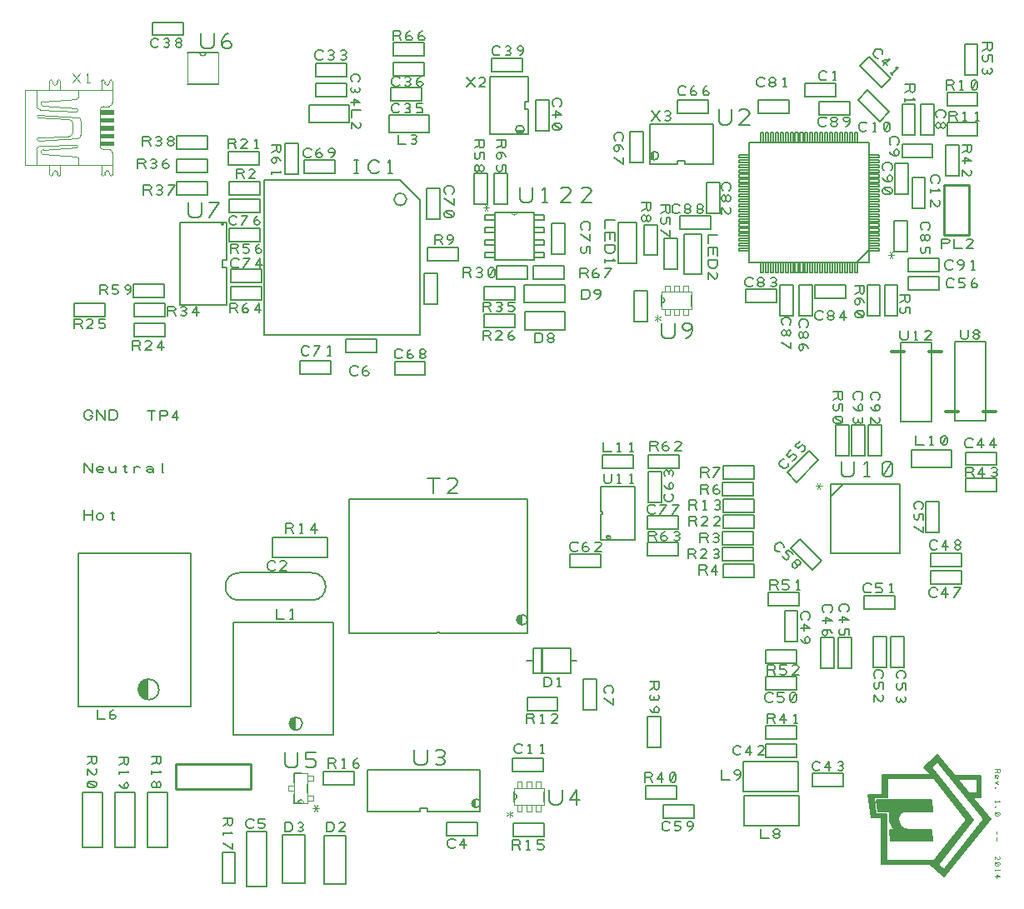
<source format=gbr>
%FSLAX23Y23*%
%MOIN*%
G04 EasyPC Gerber Version 17.0 Build 3379 *
%ADD11C,0.00100*%
%ADD13C,0.00300*%
%ADD17C,0.00400*%
%ADD10C,0.00500*%
%ADD12C,0.00600*%
%ADD16C,0.00700*%
%ADD14C,0.00820*%
%ADD15C,0.01000*%
%ADD18C,0.01200*%
X0Y0D02*
D02*
D10*
X509Y2488D02*
Y2541D01*
X632*
Y2488*
X509*
X510Y2439D02*
Y2476D01*
X532*
X539Y2473*
X542Y2467*
X539Y2461*
X532Y2457*
X510*
X532D02*
X542Y2439D01*
X585D02*
X560D01*
X582Y2461*
X585Y2467*
X582Y2473*
X576Y2476*
X567*
X560Y2473*
X610Y2442D02*
X617Y2439D01*
X626*
X632Y2442*
X635Y2448*
Y2451*
X632Y2457*
X626Y2461*
X610*
Y2476*
X635*
X544Y582D02*
Y362D01*
X624*
Y582*
X544*
X551Y1675D02*
Y1713D01*
Y1694D02*
X582D01*
Y1675D02*
Y1713D01*
X601Y1685D02*
X604Y1678D01*
X611Y1675*
X617*
X623Y1678*
X626Y1685*
Y1691*
X623Y1697*
X617Y1700*
X611*
X604Y1697*
X601Y1691*
Y1685*
X657Y1700D02*
X670D01*
X664Y1706D02*
Y1678D01*
X667Y1675*
X670*
X673Y1678*
X551Y1863D02*
Y1900D01*
X582Y1863*
Y1900*
X626Y1866D02*
X623Y1863D01*
X617*
X611*
X604Y1866*
X601Y1872*
Y1881*
X604Y1885*
X611Y1888*
X617*
X623Y1885*
X626Y1881*
Y1878*
X623Y1875*
X617Y1872*
X611*
X604Y1875*
X601Y1878*
X651Y1888D02*
Y1872D01*
X654Y1866*
X661Y1863*
X667*
X673Y1866*
X676Y1872*
Y1888D02*
Y1863D01*
X707Y1888D02*
X720D01*
X714Y1894D02*
Y1866D01*
X717Y1863*
X720*
X723Y1866*
X751Y1863D02*
Y1888D01*
Y1878D02*
X754Y1885D01*
X761Y1888*
X767*
X773Y1885*
X801D02*
X807Y1888D01*
X817*
X823Y1885*
X826Y1878*
Y1869*
X823Y1866*
X817Y1863*
X811*
X804Y1866*
X801Y1869*
Y1872*
X804Y1875*
X811Y1878*
X817*
X823Y1875*
X826Y1872*
Y1869D02*
Y1863D01*
X867D02*
X864D01*
Y1900*
X573Y2091D02*
X582D01*
Y2088*
X579Y2081*
X576Y2078*
X570Y2075*
X564*
X557Y2078*
X554Y2081*
X551Y2088*
Y2100*
X554Y2106*
X557Y2110*
X564Y2113*
X570*
X576Y2110*
X579Y2106*
X582Y2100*
X601Y2075D02*
Y2113D01*
X632Y2075*
Y2113*
X651Y2075D02*
Y2113D01*
X670*
X676Y2110*
X679Y2106*
X682Y2100*
Y2088*
X679Y2081*
X676Y2078*
X670Y2075*
X651*
X562Y728D02*
X600D01*
Y706*
X597Y700*
X590Y697*
X584Y700*
X581Y706*
Y728*
Y706D02*
X562Y697D01*
Y653D02*
Y678D01*
X584Y656*
X590Y653*
X597Y656*
X600Y663*
Y672*
X597Y678*
X565Y625D02*
X562Y619D01*
Y613*
X565Y606*
X572Y603*
X590*
X597Y606*
X600Y613*
Y619*
X597Y625*
X590Y628*
X572*
X565Y625*
X597Y606*
X602Y914D02*
Y876D01*
X633*
X652Y886D02*
X655Y892D01*
X661Y895*
X667*
X673Y892*
X677Y886*
X673Y879*
X667Y876*
X661*
X655Y879*
X652Y886*
Y895*
X655Y904*
X661Y911*
X667Y914*
X613Y2576D02*
Y2613D01*
X635*
X641Y2610*
X644Y2604*
X641Y2598*
X635Y2595*
X613*
X635D02*
X644Y2576D01*
X663Y2579D02*
X669Y2576D01*
X678*
X685Y2579*
X688Y2585*
Y2588*
X685Y2595*
X678Y2598*
X663*
Y2613*
X688*
X722Y2576D02*
X728Y2579D01*
X735Y2585*
X738Y2595*
Y2604*
X735Y2610*
X728Y2613*
X722*
X716Y2610*
X713Y2604*
X716Y2598*
X722Y2595*
X728*
X735Y2598*
X738Y2604*
X691Y725D02*
X728D01*
Y703*
X725Y696*
X719Y693*
X713Y696*
X710Y703*
Y725*
Y703D02*
X691Y693D01*
Y668D02*
Y656D01*
Y662D02*
X728D01*
X722Y668*
X691Y615D02*
X694Y609D01*
X700Y603*
X710Y600*
X719*
X725Y603*
X728Y609*
Y615*
X725Y621*
X719Y625*
X713Y621*
X710Y615*
Y609*
X713Y603*
X719Y600*
X744Y2353D02*
Y2390D01*
X766*
X772Y2387*
X775Y2381*
X772Y2374*
X766Y2371*
X744*
X766D02*
X775Y2353D01*
X819D02*
X794D01*
X816Y2374*
X819Y2381*
X816Y2387*
X809Y2390*
X800*
X794Y2387*
X859Y2353D02*
Y2390D01*
X844Y2365*
X869*
X750Y2408D02*
Y2461D01*
X873*
Y2408*
X750*
X754Y362D02*
Y582D01*
X674*
Y362*
X754*
X765Y3080D02*
Y3118D01*
X787*
X793Y3115*
X796Y3108*
X793Y3102*
X787Y3099*
X765*
X787D02*
X796Y3080D01*
X818Y3083D02*
X824Y3080D01*
X831*
X837Y3083*
X840Y3090*
X837Y3096*
X831Y3099*
X824*
X831D02*
X837Y3102D01*
X840Y3108*
X837Y3115*
X831Y3118*
X824*
X818Y3115*
X865Y3090D02*
X868Y3096D01*
X874Y3099*
X881*
X887Y3096*
X890Y3090*
X887Y3083*
X881Y3080*
X874*
X868Y3083*
X865Y3090*
Y3099*
X868Y3108*
X874Y3115*
X881Y3118*
X785Y3170D02*
Y3208D01*
X807*
X813Y3204*
X816Y3198*
X813Y3192*
X807Y3189*
X785*
X807D02*
X816Y3170D01*
X838Y3173D02*
X844Y3170D01*
X851*
X857Y3173*
X860Y3179*
X857Y3186*
X851Y3189*
X844*
X851D02*
X857Y3192D01*
X860Y3198*
X857Y3204*
X851Y3208*
X844*
X838Y3204*
X894Y3189D02*
X901D01*
X907Y3192*
X910Y3198*
X907Y3204*
X901Y3208*
X894*
X888Y3204*
X885Y3198*
X888Y3192*
X894Y3189*
X888Y3186*
X885Y3179*
X888Y3173*
X894Y3170*
X901*
X907Y3173*
X910Y3179*
X907Y3186*
X901Y3189*
X788Y2975D02*
Y3013D01*
X809*
X816Y3010*
X819Y3003*
X816Y2997*
X809Y2994*
X788*
X809D02*
X819Y2975D01*
X841Y2978D02*
X847Y2975D01*
X853*
X859Y2978*
X863Y2985*
X859Y2991*
X853Y2994*
X847*
X853D02*
X859Y2997D01*
X863Y3003*
X859Y3010*
X853Y3013*
X847*
X841Y3010*
X888Y2975D02*
X913Y3013D01*
X888*
X802Y582D02*
Y362D01*
X882*
Y582*
X802*
X819Y2073D02*
Y2110D01*
X803D02*
X835D01*
X853Y2073D02*
Y2110D01*
X875*
X882Y2107*
X885Y2101*
X882Y2094*
X875Y2091*
X853*
X919Y2073D02*
Y2110D01*
X903Y2085*
X928*
X808Y954D02*
G75*
G03Y1037J41D01*
G01*
G75*
G03Y954J-41*
G01*
G36*
G75*
G03Y1037J41*
G01*
G75*
G03Y954J-41*
G01*
G37*
X821Y727D02*
X858D01*
Y705*
X855Y699*
X849Y696*
X842Y699*
X839Y705*
Y727*
Y705D02*
X821Y696D01*
Y671D02*
Y658D01*
Y665D02*
X858D01*
X852Y671*
X839Y618D02*
Y611D01*
X842Y605*
X849Y602*
X855Y605*
X858Y611*
Y618*
X855Y624*
X849Y627*
X842Y624*
X839Y618*
X836Y624*
X830Y627*
X824Y624*
X821Y618*
Y611*
X824Y605*
X830Y602*
X836Y605*
X839Y611*
X847Y3569D02*
X844Y3566D01*
X838Y3563*
X829*
X822Y3566*
X819Y3569*
X816Y3576*
Y3588*
X819Y3594*
X822Y3598*
X829Y3601*
X838*
X844Y3598*
X847Y3594*
X869Y3566D02*
X876Y3563D01*
X882*
X888Y3566*
X891Y3573*
X888Y3579*
X882Y3582*
X876*
X882D02*
X888Y3585D01*
X891Y3591*
X888Y3598*
X882Y3601*
X876*
X869Y3598*
X926Y3582D02*
X932D01*
X938Y3585*
X941Y3591*
X938Y3598*
X932Y3601*
X926*
X919Y3598*
X916Y3591*
X919Y3585*
X926Y3582*
X919Y3579*
X916Y3573*
X919Y3566*
X926Y3563*
X932*
X938Y3566*
X941Y3573*
X938Y3579*
X932Y3582*
X823Y3612D02*
Y3665D01*
X946*
Y3612*
X823*
X871Y2618D02*
Y2565D01*
X748*
Y2618*
X871*
X874Y2541D02*
Y2488D01*
X751*
Y2541*
X874*
X885Y2490D02*
Y2527D01*
X907*
X913Y2524*
X916Y2518*
X913Y2512*
X907Y2509*
X885*
X907D02*
X916Y2490D01*
X938Y2493D02*
X944Y2490D01*
X950*
X957Y2493*
X960Y2499*
X957Y2505*
X950Y2509*
X944*
X950D02*
X957Y2512D01*
X960Y2518*
X957Y2524*
X950Y2527*
X944*
X938Y2524*
X1000Y2490D02*
Y2527D01*
X985Y2502*
X1010*
X921Y2973D02*
Y3026D01*
X1044*
Y2973*
X921*
Y3063D02*
Y3116D01*
X1044*
Y3063*
X921*
Y3158D02*
Y3211D01*
X1044*
Y3158*
X921*
X978Y926D02*
Y1541D01*
X528*
Y926*
X978*
X1106Y481D02*
X1144D01*
Y459*
X1141Y453*
X1135Y450*
X1128Y453*
X1125Y459*
Y481*
Y459D02*
X1106Y450D01*
Y425D02*
Y412D01*
Y419D02*
X1144D01*
X1138Y425*
X1106Y381D02*
X1144Y356D01*
Y381*
X1102Y342D02*
X1155D01*
Y219*
X1102*
Y342*
X1107Y2857D02*
G75*
G03X1097I-5D01*
G01*
G75*
G03X1107I5*
G01*
G36*
G75*
G03X1097I-5*
G01*
G75*
G03X1107I5*
G01*
G37*
X1119Y2532D02*
X932D01*
Y2862*
X1119*
Y2712*
X1105*
Y2682*
X1119*
Y2532*
X1127Y3160D02*
Y3198D01*
X1149*
X1155Y3194*
X1158Y3188*
X1155Y3182*
X1149Y3179*
X1127*
X1149D02*
X1158Y3160D01*
X1202D02*
X1177D01*
X1199Y3182*
X1202Y3188*
X1199Y3194*
X1193Y3198*
X1183*
X1177Y3194*
X1233Y3160D02*
X1246D01*
X1239D02*
Y3198D01*
X1233Y3191*
X1161Y2859D02*
X1158Y2856D01*
X1151Y2853*
X1142*
X1136Y2856*
X1133Y2859*
X1129Y2866*
Y2878*
X1133Y2884*
X1136Y2887*
X1142Y2891*
X1151*
X1158Y2887*
X1161Y2884*
X1179Y2853D02*
X1204Y2891D01*
X1179*
X1229Y2862D02*
X1233Y2869D01*
X1239Y2872*
X1245*
X1251Y2869*
X1254Y2862*
X1251Y2856*
X1245Y2853*
X1239*
X1233Y2856*
X1229Y2862*
Y2872*
X1233Y2881*
X1239Y2887*
X1245Y2891*
X1133Y2502D02*
Y2540D01*
X1155*
X1161Y2537*
X1164Y2530*
X1161Y2524*
X1155Y2521*
X1133*
X1155D02*
X1164Y2502D01*
X1183Y2512D02*
X1186Y2518D01*
X1193Y2521*
X1199*
X1205Y2518*
X1208Y2512*
X1205Y2505*
X1199Y2502*
X1193*
X1186Y2505*
X1183Y2512*
Y2521*
X1186Y2530*
X1193Y2537*
X1199Y2540*
X1249Y2502D02*
Y2540D01*
X1233Y2515*
X1258*
X1136Y2741D02*
Y2778D01*
X1158*
X1164Y2775*
X1167Y2769*
X1164Y2763*
X1158Y2759*
X1136*
X1158D02*
X1167Y2741D01*
X1186Y2744D02*
X1192Y2741D01*
X1201*
X1208Y2744*
X1211Y2750*
Y2753*
X1208Y2759*
X1201Y2763*
X1186*
Y2778*
X1211*
X1236Y2750D02*
X1239Y2756D01*
X1245Y2759*
X1251*
X1258Y2756*
X1261Y2750*
X1258Y2744*
X1251Y2741*
X1245*
X1239Y2744*
X1236Y2750*
Y2759*
X1239Y2769*
X1245Y2775*
X1251Y2778*
X1169Y2688D02*
X1166Y2685D01*
X1160Y2682*
X1151*
X1144Y2685*
X1141Y2688*
X1138Y2695*
Y2707*
X1141Y2713*
X1144Y2716*
X1151Y2720*
X1160*
X1166Y2716*
X1169Y2713*
X1188Y2682D02*
X1213Y2720D01*
X1188*
X1254Y2682D02*
Y2720D01*
X1238Y2695*
X1263*
X1159Y3040D02*
Y3078D01*
X1181*
X1188Y3075*
X1191Y3068*
X1188Y3062*
X1181Y3059*
X1159*
X1181D02*
X1191Y3040D01*
X1234D02*
X1209D01*
X1231Y3062*
X1234Y3068*
X1231Y3075*
X1225Y3078*
X1216*
X1209Y3075*
X1229Y446D02*
X1226Y442D01*
X1220Y439*
X1211*
X1204Y442*
X1201Y446*
X1198Y452*
Y464*
X1201Y471*
X1204Y474*
X1211Y477*
X1220*
X1226Y474*
X1229Y471*
X1248Y442D02*
X1254Y439D01*
X1264*
X1270Y442*
X1273Y449*
Y452*
X1270Y458*
X1264Y461*
X1248*
Y477*
X1273*
X1249Y3146D02*
Y3093D01*
X1126*
Y3146*
X1249*
X1254Y2841D02*
Y2788D01*
X1131*
Y2841*
X1254*
Y2956D02*
Y2903D01*
X1131*
Y2956*
X1254*
Y3026D02*
Y2973D01*
X1131*
Y3026*
X1254*
X1259Y2606D02*
Y2553D01*
X1136*
Y2606*
X1259*
Y2676D02*
Y2623D01*
X1136*
Y2676*
X1259*
X1279Y206D02*
Y426D01*
X1199*
Y206*
X1279*
X1315Y1478D02*
X1312Y1475D01*
X1306Y1471*
X1297*
X1290Y1475*
X1287Y1478*
X1284Y1484*
Y1496*
X1287Y1503*
X1290Y1506*
X1297Y1509*
X1306*
X1312Y1506*
X1315Y1503*
X1359Y1471D02*
X1334D01*
X1356Y1493*
X1359Y1500*
X1356Y1506*
X1350Y1509*
X1340*
X1334Y1506*
X1300Y3175D02*
X1338D01*
Y3153*
X1335Y3146*
X1329Y3143*
X1322Y3146*
X1319Y3153*
Y3175*
Y3153D02*
X1300Y3143D01*
X1310Y3125D02*
X1316Y3121D01*
X1319Y3115*
Y3109*
X1316Y3103*
X1310Y3100*
X1304Y3103*
X1300Y3109*
Y3115*
X1304Y3121*
X1310Y3125*
X1319*
X1329Y3121*
X1335Y3115*
X1338Y3109*
X1300Y3068D02*
Y3056D01*
Y3062D02*
X1338D01*
X1332Y3068*
X1319Y1316D02*
Y1278D01*
X1350*
X1375D02*
X1388D01*
X1382D02*
Y1316D01*
X1375Y1309*
X1353Y3180D02*
X1406D01*
Y3057*
X1353*
Y3180*
X1353Y426D02*
Y463D01*
X1372*
X1378Y460*
X1381Y457*
X1384Y451*
Y438*
X1381Y432*
X1378Y429*
X1372Y426*
X1353*
X1406Y429D02*
X1412Y426D01*
X1418*
X1425Y429*
X1428Y435*
X1425Y441*
X1418Y444*
X1412*
X1418D02*
X1425Y448D01*
X1428Y454*
X1425Y460*
X1418Y463*
X1412*
X1406Y460*
X1357Y1621D02*
Y1659D01*
X1378*
X1385Y1656*
X1388Y1649*
X1385Y1643*
X1378Y1640*
X1357*
X1378D02*
X1388Y1621D01*
X1413D02*
X1425D01*
X1419D02*
Y1659D01*
X1413Y1652*
X1472Y1621D02*
Y1659D01*
X1457Y1634*
X1482*
X1397Y833D02*
G75*
G03Y885J26D01*
G01*
G75*
G03Y833J-26*
G01*
G36*
G75*
G03Y885J26*
G01*
G75*
G03Y833J-26*
G01*
G37*
X1450Y2338D02*
X1447Y2334D01*
X1441Y2331*
X1432*
X1425Y2334*
X1422Y2338*
X1419Y2344*
Y2356*
X1422Y2363*
X1425Y2366*
X1432Y2369*
X1441*
X1447Y2366*
X1450Y2363*
X1469Y2331D02*
X1494Y2369D01*
X1469*
X1525Y2331D02*
X1538D01*
X1532D02*
Y2369D01*
X1525Y2363*
X1459Y3129D02*
X1456Y3126D01*
X1450Y3123*
X1441*
X1434Y3126*
X1431Y3129*
X1428Y3135*
Y3148*
X1431Y3154*
X1434Y3157*
X1441Y3160*
X1450*
X1456Y3157*
X1459Y3154*
X1478Y3132D02*
X1481Y3138D01*
X1488Y3142*
X1494*
X1500Y3138*
X1503Y3132*
X1500Y3126*
X1494Y3123*
X1488*
X1481Y3126*
X1478Y3132*
Y3142*
X1481Y3151*
X1488Y3157*
X1494Y3160*
X1538Y3123D02*
X1544Y3126D01*
X1550Y3132*
X1553Y3142*
Y3151*
X1550Y3157*
X1544Y3160*
X1538*
X1531Y3157*
X1528Y3151*
X1531Y3145*
X1538Y3142*
X1544*
X1550Y3145*
X1553Y3151*
X1430Y3061D02*
Y3114D01*
X1553*
Y3061*
X1430*
X1432Y219D02*
Y412D01*
X1345*
Y219*
X1432*
X1449Y3264D02*
X1609D01*
Y3334*
X1449*
Y3264*
X1461Y1462D02*
X1170D01*
G75*
G03Y1352J-55*
G01*
X1461*
G75*
G03Y1462J55*
G01*
X1506Y3521D02*
X1503Y3518D01*
X1496Y3514*
X1487*
X1481Y3518*
X1478Y3521*
X1475Y3527*
Y3539*
X1478Y3546*
X1481Y3549*
X1487Y3552*
X1496*
X1503Y3549*
X1506Y3546*
X1528Y3518D02*
X1534Y3514D01*
X1540*
X1546Y3518*
X1550Y3524*
X1546Y3530*
X1540Y3533*
X1534*
X1540D02*
X1546Y3536D01*
X1550Y3543*
X1546Y3549*
X1540Y3552*
X1534*
X1528Y3549*
X1578Y3518D02*
X1584Y3514D01*
X1590*
X1596Y3518*
X1600Y3524*
X1596Y3530*
X1590Y3533*
X1584*
X1590D02*
X1596Y3536D01*
X1600Y3543*
X1596Y3549*
X1590Y3552*
X1584*
X1578Y3549*
X1506Y613D02*
Y666D01*
X1629*
Y613*
X1506*
X1520Y427D02*
Y464D01*
X1539*
X1545Y461*
X1548Y458*
X1551Y452*
Y439*
X1548Y433*
X1545Y430*
X1539Y427*
X1520*
X1595D02*
X1570D01*
X1592Y449*
X1595Y455*
X1592Y461*
X1586Y464*
X1576*
X1570Y461*
X1524Y1602D02*
X1304D01*
Y1522*
X1524*
Y1602*
X1526Y681D02*
Y719D01*
X1548*
X1554Y716*
X1558Y710*
X1554Y703*
X1548Y700*
X1526*
X1548D02*
X1558Y681D01*
X1583D02*
X1595D01*
X1589D02*
Y719D01*
X1583Y713*
X1626Y691D02*
X1629Y697D01*
X1636Y700*
X1642*
X1648Y697*
X1651Y691*
X1648Y685*
X1642Y681*
X1636*
X1629Y685*
X1626Y691*
Y700*
X1629Y710*
X1636Y716*
X1642Y719*
X1537Y2310D02*
Y2257D01*
X1414*
Y2310*
X1537*
X1548Y812D02*
Y1265D01*
X1148*
Y812*
X1548*
X1596Y2343D02*
Y2396D01*
X1719*
Y2343*
X1596*
X1598Y218D02*
Y411D01*
X1511*
Y218*
X1598*
X1600Y3421D02*
Y3368D01*
X1477*
Y3421*
X1600*
Y3501D02*
Y3448D01*
X1477*
Y3501*
X1600*
X1622Y3426D02*
X1619Y3430D01*
X1616Y3436*
Y3445*
X1619Y3451*
X1622Y3455*
X1629Y3458*
X1641*
X1647Y3455*
X1651Y3451*
X1654Y3445*
Y3436*
X1651Y3430*
X1647Y3426*
X1619Y3405D02*
X1616Y3398D01*
Y3392*
X1619Y3386*
X1626Y3383*
X1632Y3386*
X1635Y3392*
Y3398*
Y3392D02*
X1638Y3386D01*
X1644Y3383*
X1651Y3386*
X1654Y3392*
Y3398*
X1651Y3405*
X1616Y3342D02*
X1654D01*
X1629Y3358*
Y3333*
X1609Y1219D02*
Y1757D01*
X2323*
X2323Y1219*
X1972Y1219*
X1972Y1225*
X1960Y1225*
X1960Y1219*
X1609Y1219*
X1656Y3314D02*
X1619D01*
Y3283*
Y3239D02*
Y3264D01*
X1641Y3242*
X1647Y3239*
X1653Y3242*
X1656Y3249*
Y3258*
X1653Y3264*
X1646Y2258D02*
X1643Y2255D01*
X1637Y2251*
X1627*
X1621Y2255*
X1618Y2258*
X1615Y2264*
Y2276*
X1618Y2283*
X1621Y2286*
X1627Y2289*
X1637*
X1643Y2286*
X1646Y2283*
X1665Y2261D02*
X1668Y2267D01*
X1674Y2270*
X1681*
X1687Y2267*
X1690Y2261*
X1687Y2255*
X1681Y2251*
X1674*
X1668Y2255*
X1665Y2261*
Y2270*
X1668Y2280*
X1674Y2286*
X1681Y2289*
X1685Y506D02*
Y673D01*
X2134*
Y506*
X1925*
Y520*
X1895*
Y506*
X1685*
X1771Y3222D02*
X1931D01*
Y3292*
X1771*
Y3222*
X1778Y3349D02*
Y3402D01*
X1901*
Y3349*
X1778*
X1811Y3309D02*
X1808Y3305D01*
X1802Y3302*
X1792*
X1786Y3305*
X1783Y3309*
X1780Y3315*
Y3327*
X1783Y3334*
X1786Y3337*
X1792Y3340*
X1802*
X1808Y3337*
X1811Y3334*
X1833Y3305D02*
X1839Y3302D01*
X1845*
X1852Y3305*
X1855Y3312*
X1852Y3318*
X1845Y3321*
X1839*
X1845D02*
X1852Y3324D01*
X1855Y3330*
X1852Y3337*
X1845Y3340*
X1839*
X1833Y3337*
X1880Y3305D02*
X1886Y3302D01*
X1895*
X1902Y3305*
X1905Y3312*
Y3315*
X1902Y3321*
X1895Y3324*
X1880*
Y3340*
X1905*
X1812Y3415D02*
X1809Y3412D01*
X1803Y3408*
X1793*
X1787Y3412*
X1784Y3415*
X1781Y3421*
Y3433*
X1784Y3440*
X1787Y3443*
X1793Y3446*
X1803*
X1809Y3443*
X1812Y3440*
X1834Y3412D02*
X1840Y3408D01*
X1847*
X1853Y3412*
X1856Y3418*
X1853Y3424*
X1847Y3427*
X1840*
X1847D02*
X1853Y3430D01*
X1856Y3437*
X1853Y3443*
X1847Y3446*
X1840*
X1834Y3443*
X1881Y3418D02*
X1884Y3424D01*
X1890Y3427*
X1897*
X1903Y3424*
X1906Y3418*
X1903Y3412*
X1897Y3408*
X1890*
X1884Y3412*
X1881Y3418*
Y3427*
X1884Y3437*
X1890Y3443*
X1897Y3446*
X1786Y3451D02*
Y3504D01*
X1909*
Y3451*
X1786*
X1787Y3592D02*
Y3629D01*
X1809*
X1815Y3626*
X1818Y3620*
X1815Y3614*
X1809Y3611*
X1787*
X1809D02*
X1818Y3592D01*
X1837Y3601D02*
X1840Y3608D01*
X1847Y3611*
X1853*
X1859Y3608*
X1862Y3601*
X1859Y3595*
X1853Y3592*
X1847*
X1840Y3595*
X1837Y3601*
Y3611*
X1840Y3620*
X1847Y3626*
X1853Y3629*
X1887Y3601D02*
X1890Y3608D01*
X1897Y3611*
X1903*
X1909Y3608*
X1912Y3601*
X1909Y3595*
X1903Y3592*
X1897*
X1890Y3595*
X1887Y3601*
Y3611*
X1890Y3620*
X1897Y3626*
X1903Y3629*
X1792Y2254D02*
Y2307D01*
X1915*
Y2254*
X1792*
X1823Y2325D02*
X1820Y2322D01*
X1814Y2319*
X1805*
X1798Y2322*
X1795Y2325*
X1792Y2331*
Y2344*
X1795Y2350*
X1798Y2353*
X1805Y2356*
X1814*
X1820Y2353*
X1823Y2350*
X1842Y2328D02*
X1845Y2335D01*
X1852Y2338*
X1858*
X1864Y2335*
X1867Y2328*
X1864Y2322*
X1858Y2319*
X1852*
X1845Y2322*
X1842Y2328*
Y2338*
X1845Y2347*
X1852Y2353*
X1858Y2356*
X1902Y2338D02*
X1908D01*
X1914Y2341*
X1917Y2347*
X1914Y2353*
X1908Y2356*
X1902*
X1895Y2353*
X1892Y2347*
X1895Y2341*
X1902Y2338*
X1895Y2335*
X1892Y2328*
X1895Y2322*
X1902Y2319*
X1908*
X1914Y2322*
X1917Y2328*
X1914Y2335*
X1908Y2338*
X1806Y3215D02*
Y3178D01*
X1837*
X1859Y3181D02*
X1865Y3178D01*
X1872*
X1878Y3181*
X1881Y3187*
X1878Y3193*
X1872Y3196*
X1865*
X1872D02*
X1878Y3199D01*
X1881Y3206*
X1878Y3212*
X1872Y3215*
X1865*
X1859Y3212*
X1909Y3584D02*
Y3531D01*
X1786*
Y3584*
X1909*
X1952Y2776D02*
Y2814D01*
X1973*
X1980Y2811*
X1983Y2804*
X1980Y2798*
X1973Y2795*
X1952*
X1973D02*
X1983Y2776D01*
X2011D02*
X2017Y2779D01*
X2023Y2786*
X2027Y2795*
Y2804*
X2023Y2811*
X2017Y2814*
X2011*
X2005Y2811*
X2002Y2804*
X2005Y2798*
X2011Y2795*
X2017*
X2023Y2798*
X2027Y2804*
X1964Y2538D02*
X1911D01*
Y2661*
X1964*
Y2538*
X1974Y2878D02*
X1921D01*
Y3001*
X1974*
Y2878*
X1998Y2978D02*
X1994Y2982D01*
X1991Y2988*
Y2997*
X1994Y3003*
X1998Y3007*
X2004Y3010*
X2016*
X2023Y3007*
X2026Y3003*
X2029Y2997*
Y2988*
X2026Y2982*
X2023Y2978*
X1991Y2960D02*
X2029Y2935D01*
Y2960*
X1994Y2907D02*
X1991Y2900D01*
Y2894*
X1994Y2888*
X2001Y2885*
X2019*
X2026Y2888*
X2029Y2894*
Y2900*
X2026Y2907*
X2019Y2910*
X2001*
X1994Y2907*
X2026Y2888*
X2036Y367D02*
X2032Y364D01*
X2026Y361*
X2017*
X2011Y364*
X2007Y367*
X2004Y373*
Y386*
X2007Y392*
X2011Y395*
X2017Y398*
X2026*
X2032Y395*
X2036Y392*
X2070Y361D02*
Y398D01*
X2054Y373*
X2079*
X2047Y2764D02*
Y2711D01*
X1924*
Y2764*
X2047*
X2067Y2645D02*
Y2682D01*
X2089*
X2095Y2679*
X2098Y2673*
X2095Y2667*
X2089Y2663*
X2067*
X2089D02*
X2098Y2645D01*
X2120Y2648D02*
X2126Y2645D01*
X2132*
X2139Y2648*
X2142Y2654*
X2139Y2660*
X2132Y2663*
X2126*
X2132D02*
X2139Y2667D01*
X2142Y2673*
X2139Y2679*
X2132Y2682*
X2126*
X2120Y2679*
X2170Y2648D02*
X2176Y2645D01*
X2182*
X2189Y2648*
X2192Y2654*
Y2673*
X2189Y2679*
X2182Y2682*
X2176*
X2170Y2679*
X2167Y2673*
Y2654*
X2170Y2648*
X2189Y2679*
X2080Y3406D02*
X2112Y3443D01*
X2080D02*
X2112Y3406D01*
X2155D02*
X2130D01*
X2152Y3428*
X2155Y3434*
X2152Y3440*
X2146Y3443*
X2137*
X2130Y3440*
X2112Y3193D02*
X2150D01*
Y3171*
X2147Y3165*
X2140Y3162*
X2134Y3165*
X2131Y3171*
Y3193*
Y3171D02*
X2112Y3162D01*
X2115Y3143D02*
X2112Y3137D01*
Y3127*
X2115Y3121*
X2122Y3118*
X2125*
X2131Y3121*
X2134Y3127*
Y3143*
X2150*
Y3118*
X2131Y3084D02*
Y3077D01*
X2134Y3071*
X2140Y3068*
X2147Y3071*
X2150Y3077*
Y3084*
X2147Y3090*
X2140Y3093*
X2134Y3090*
X2131Y3084*
X2128Y3090*
X2122Y3093*
X2115Y3090*
X2112Y3084*
Y3077*
X2115Y3071*
X2122Y3068*
X2128Y3071*
X2131Y3077*
X2118Y523D02*
G75*
G03Y556J17D01*
G01*
G75*
G03Y523J-17*
G01*
G36*
G75*
G03Y556J17*
G01*
G75*
G03Y523J-17*
G01*
G37*
X2122Y462D02*
Y409D01*
X1999*
Y462*
X2122*
X2147Y2393D02*
Y2430D01*
X2168*
X2175Y2427*
X2178Y2421*
X2175Y2414*
X2168Y2411*
X2147*
X2168D02*
X2178Y2393D01*
X2222D02*
X2197D01*
X2218Y2414*
X2222Y2421*
X2218Y2427*
X2212Y2430*
X2203*
X2197Y2427*
X2247Y2402D02*
X2250Y2408D01*
X2256Y2411*
X2262*
X2268Y2408*
X2272Y2402*
X2268Y2396*
X2262Y2393*
X2256*
X2250Y2396*
X2247Y2402*
Y2411*
X2250Y2421*
X2256Y2427*
X2262Y2430*
X2147Y2507D02*
Y2545D01*
X2168*
X2175Y2542*
X2178Y2535*
X2175Y2529*
X2168Y2526*
X2147*
X2168D02*
X2178Y2507D01*
X2200Y2510D02*
X2206Y2507D01*
X2212*
X2218Y2510*
X2222Y2517*
X2218Y2523*
X2212Y2526*
X2206*
X2212D02*
X2218Y2529D01*
X2222Y2535*
X2218Y2542*
X2212Y2545*
X2206*
X2200Y2542*
X2247Y2510D02*
X2253Y2507D01*
X2262*
X2268Y2510*
X2272Y2517*
Y2520*
X2268Y2526*
X2262Y2529*
X2247*
Y2545*
X2272*
X2164Y2938D02*
X2111D01*
Y3061*
X2164*
Y2938*
X2181Y3467D02*
Y3520D01*
X2304*
Y3467*
X2181*
X2214Y3538D02*
X2211Y3535D01*
X2205Y3532*
X2195*
X2189Y3535*
X2186Y3538*
X2183Y3544*
Y3557*
X2186Y3563*
X2189Y3566*
X2195Y3569*
X2205*
X2211Y3566*
X2214Y3563*
X2236Y3535D02*
X2242Y3532D01*
X2248*
X2255Y3535*
X2258Y3541*
X2255Y3548*
X2248Y3551*
X2242*
X2248D02*
X2255Y3554D01*
X2258Y3560*
X2255Y3566*
X2248Y3569*
X2242*
X2236Y3566*
X2292Y3532D02*
X2298Y3535D01*
X2305Y3541*
X2308Y3551*
Y3560*
X2305Y3566*
X2298Y3569*
X2292*
X2286Y3566*
X2283Y3560*
X2286Y3554*
X2292Y3551*
X2298*
X2305Y3554*
X2308Y3560*
X2201Y3193D02*
X2238D01*
Y3171*
X2235Y3165*
X2229Y3162*
X2223Y3165*
X2220Y3171*
Y3193*
Y3171D02*
X2201Y3162D01*
X2210Y3143D02*
X2217Y3140D01*
X2220Y3134*
Y3127*
X2217Y3121*
X2210Y3118*
X2204Y3121*
X2201Y3127*
Y3134*
X2204Y3140*
X2210Y3143*
X2220*
X2229Y3140*
X2235Y3134*
X2238Y3127*
X2204Y3093D02*
X2201Y3087D01*
Y3077*
X2204Y3071*
X2210Y3068*
X2213*
X2220Y3071*
X2223Y3077*
Y3093*
X2238*
Y3068*
X2201Y2638D02*
Y2691D01*
X2324*
Y2638*
X2201*
X2244Y2938D02*
X2191D01*
Y3061*
X2244*
Y2938*
X2264Y354D02*
Y392D01*
X2286*
X2292Y389*
X2295Y383*
X2292Y376*
X2286Y373*
X2264*
X2286D02*
X2295Y354D01*
X2320D02*
X2333D01*
X2326D02*
Y392D01*
X2320Y386*
X2364Y358D02*
X2370Y354D01*
X2380*
X2386Y358*
X2389Y364*
Y367*
X2386Y373*
X2380Y376*
X2364*
Y392*
X2389*
X2265Y668D02*
Y721D01*
X2388*
Y668*
X2265*
X2266Y406D02*
Y459D01*
X2389*
Y406*
X2266*
X2303Y746D02*
X2300Y743D01*
X2293Y740*
X2284*
X2278Y743*
X2275Y746*
X2271Y753*
Y765*
X2275Y771*
X2278Y775*
X2284Y778*
X2293*
X2300Y775*
X2303Y771*
X2328Y740D02*
X2340D01*
X2334D02*
Y778D01*
X2328Y771*
X2378Y740D02*
X2390D01*
X2384D02*
Y778D01*
X2378Y771*
X2272Y2497D02*
Y2444D01*
X2149*
Y2497*
X2272*
X2274Y2606D02*
Y2553D01*
X2151*
Y2606*
X2274*
X2302Y1253D02*
G75*
G03X2302Y1295J21D01*
G01*
G75*
G03X2302Y1253I0J-21*
G01*
G36*
G75*
G03X2302Y1295J21*
G01*
G75*
G03X2302Y1253I0J-21*
G01*
G37*
X2310Y3235D02*
G75*
G03X2276I-17D01*
G01*
G75*
G03X2310I17*
G01*
G36*
G75*
G03X2276I-17*
G01*
G75*
G03X2310I17*
G01*
G37*
X2320Y860D02*
Y897D01*
X2342*
X2348Y894*
X2351Y888*
X2348Y882*
X2342Y879*
X2320*
X2342D02*
X2351Y860D01*
X2376D02*
X2389D01*
X2383D02*
Y897D01*
X2376Y891*
X2445Y860D02*
X2420D01*
X2442Y882*
X2445Y888*
X2442Y894*
X2436Y897*
X2426*
X2420Y894*
X2322Y910D02*
Y963D01*
X2445*
Y910*
X2322*
X2328Y3218D02*
X2172D01*
Y3446*
X2328*
Y3347*
X2313*
Y3317*
X2328*
Y3218*
X2346Y1111D02*
X2321D01*
X2354Y2383D02*
Y2420D01*
X2373*
X2379Y2417*
X2382Y2414*
X2385Y2408*
Y2395*
X2382Y2389*
X2379Y2386*
X2373Y2383*
X2354*
X2413Y2401D02*
X2419D01*
X2426Y2404*
X2429Y2411*
X2426Y2417*
X2419Y2420*
X2413*
X2407Y2417*
X2404Y2411*
X2407Y2404*
X2413Y2401*
X2407Y2398*
X2404Y2392*
X2407Y2386*
X2413Y2383*
X2419*
X2426Y2386*
X2429Y2392*
X2426Y2398*
X2419Y2401*
X2389Y1006D02*
Y1043D01*
X2407*
X2414Y1040*
X2417Y1037*
X2420Y1031*
Y1018*
X2417Y1012*
X2414Y1009*
X2407Y1006*
X2389*
X2445D02*
X2457D01*
X2451D02*
Y1043D01*
X2445Y1037*
X2410Y3231D02*
X2357D01*
Y3354*
X2410*
Y3231*
X2429Y3328D02*
X2426Y3331D01*
X2423Y3337*
Y3347*
X2426Y3353*
X2429Y3356*
X2436Y3359*
X2448*
X2454Y3356*
X2457Y3353*
X2461Y3347*
Y3337*
X2457Y3331*
X2454Y3328*
X2423Y3293D02*
X2461D01*
X2436Y3309*
Y3284*
X2426Y3256D02*
X2423Y3250D01*
Y3243*
X2426Y3237*
X2432Y3234*
X2451*
X2457Y3237*
X2461Y3243*
Y3250*
X2457Y3256*
X2451Y3259*
X2432*
X2426Y3256*
X2457Y3237*
X2421Y2861D02*
X2474D01*
Y2738*
X2421*
Y2861*
X2469Y2691D02*
Y2638D01*
X2346*
Y2691*
X2469*
X2473Y2615D02*
X2311D01*
Y2544*
X2473*
Y2615*
X2473Y2506D02*
X2312D01*
Y2435*
X2473*
Y2506*
X2526Y1554D02*
X2523Y1551D01*
X2517Y1548*
X2507*
X2501Y1551*
X2498Y1554*
X2495Y1560*
Y1573*
X2498Y1579*
X2501Y1582*
X2507Y1585*
X2517*
X2523Y1582*
X2526Y1579*
X2545Y1557D02*
X2548Y1563D01*
X2554Y1566*
X2560*
X2567Y1563*
X2570Y1557*
X2567Y1551*
X2560Y1548*
X2554*
X2548Y1551*
X2545Y1557*
Y1566*
X2548Y1576*
X2554Y1582*
X2560Y1585*
X2620Y1548D02*
X2595D01*
X2617Y1569*
X2620Y1576*
X2617Y1582*
X2610Y1585*
X2601*
X2595Y1582*
X2496Y1161D02*
Y1061D01*
X2346*
Y1161*
X2496*
X2521Y1111D02*
X2496D01*
X2544Y2835D02*
X2541Y2838D01*
X2538Y2844*
Y2854*
X2541Y2860*
X2544Y2863*
X2550Y2866*
X2563*
X2569Y2863*
X2572Y2860*
X2575Y2854*
Y2844*
X2572Y2838*
X2569Y2835*
X2538Y2816D02*
X2575Y2791D01*
Y2816*
X2541Y2766D02*
X2538Y2760D01*
Y2751*
X2541Y2744*
X2547Y2741*
X2550*
X2557Y2744*
X2560Y2751*
Y2766*
X2575*
Y2741*
X2535Y2642D02*
Y2680D01*
X2557*
X2563Y2677*
X2566Y2670*
X2563Y2664*
X2557Y2661*
X2535*
X2557D02*
X2566Y2642D01*
X2585Y2652D02*
X2588Y2658D01*
X2594Y2661*
X2600*
X2607Y2658*
X2610Y2652*
X2607Y2645*
X2600Y2642*
X2594*
X2588Y2645*
X2585Y2652*
Y2661*
X2588Y2670*
X2594Y2677*
X2600Y2680*
X2635Y2642D02*
X2660Y2680D01*
X2635*
X2541Y2557D02*
Y2595D01*
X2560*
X2566Y2592*
X2569Y2589*
X2572Y2582*
Y2570*
X2569Y2564*
X2566Y2560*
X2560Y2557*
X2541*
X2600D02*
X2607Y2560D01*
X2613Y2567*
X2616Y2576*
Y2585*
X2613Y2592*
X2607Y2595*
X2600*
X2594Y2592*
X2591Y2585*
X2594Y2579*
X2600Y2576*
X2607*
X2613Y2579*
X2616Y2585*
X2599Y913D02*
X2546D01*
Y1036*
X2599*
Y913*
X2616Y1537D02*
Y1484D01*
X2493*
Y1537*
X2616*
X2617Y1808D02*
X2753D01*
Y1595*
X2617*
Y1697*
X2622*
Y1707*
X2617*
Y1808*
X2637Y979D02*
X2634Y982D01*
X2631Y988*
Y998*
X2634Y1004*
X2637Y1007*
X2643Y1010*
X2656*
X2662Y1007*
X2665Y1004*
X2668Y998*
Y988*
X2665Y982*
X2662Y979*
X2631Y960D02*
X2668Y935D01*
Y960*
X2673Y2872D02*
X2635D01*
Y2841*
Y2822D02*
X2673D01*
Y2791*
X2654Y2797D02*
Y2822D01*
X2635D02*
Y2791D01*
Y2772D02*
X2673D01*
Y2754*
X2670Y2747*
X2666Y2744*
X2660Y2741*
X2648*
X2641Y2744*
X2638Y2747*
X2635Y2754*
Y2772*
Y2716D02*
Y2704D01*
Y2710D02*
X2673D01*
X2666Y2716*
X2628Y1984D02*
Y1947D01*
X2660*
X2685D02*
X2697D01*
X2691D02*
Y1984D01*
X2685Y1978*
X2735Y1947D02*
X2747D01*
X2741D02*
Y1984D01*
X2735Y1978*
X2629Y1858D02*
Y1830D01*
X2632Y1823*
X2638Y1820*
X2651*
X2657Y1823*
X2660Y1830*
Y1858*
X2685Y1820D02*
X2697D01*
X2691D02*
Y1858D01*
X2685Y1852*
X2735Y1820D02*
X2747D01*
X2741D02*
Y1858D01*
X2735Y1852*
X2640Y1603D02*
G75*
G03X2655I8D01*
G01*
G75*
G03X2640I-8*
G01*
G36*
G75*
G03X2655I8*
G01*
G75*
G03X2640I-8*
G01*
G37*
X2677Y3191D02*
X2674Y3194D01*
X2671Y3201*
Y3210*
X2674Y3216*
X2677Y3219*
X2683Y3223*
X2696*
X2702Y3219*
X2705Y3216*
X2708Y3210*
Y3201*
X2705Y3194*
X2702Y3191*
X2680Y3173D02*
X2686Y3169D01*
X2689Y3163*
Y3157*
X2686Y3151*
X2680Y3148*
X2674Y3151*
X2671Y3157*
Y3163*
X2674Y3169*
X2680Y3173*
X2689*
X2699Y3169*
X2705Y3163*
X2708Y3157*
X2671Y3123D02*
X2708Y3098D01*
Y3123*
X2688Y2862D02*
Y2700D01*
X2759*
Y2862*
X2688*
X2746Y1932D02*
Y1879D01*
X2623*
Y1932*
X2746*
X2780Y2942D02*
X2818D01*
Y2920*
X2814Y2914*
X2808Y2911*
X2802Y2914*
X2799Y2920*
Y2942*
Y2920D02*
X2780Y2911D01*
X2799Y2883D02*
Y2877D01*
X2802Y2870*
X2808Y2867*
X2814Y2870*
X2818Y2877*
Y2883*
X2814Y2889*
X2808Y2892*
X2802Y2889*
X2799Y2883*
X2796Y2889*
X2789Y2892*
X2783Y2889*
X2780Y2883*
Y2877*
X2783Y2870*
X2789Y2867*
X2796Y2870*
X2799Y2877*
X2786Y3104D02*
X2733D01*
Y3227*
X2786*
Y3104*
X2789Y2855D02*
X2842D01*
Y2732*
X2789*
Y2855*
X2793Y625D02*
Y663D01*
X2815*
X2821Y660*
X2824Y653*
X2821Y647*
X2815Y644*
X2793*
X2815D02*
X2824Y625D01*
X2859D02*
Y663D01*
X2843Y638*
X2868*
X2896Y628D02*
X2902Y625D01*
X2909*
X2915Y628*
X2918Y635*
Y653*
X2915Y660*
X2909Y663*
X2902*
X2896Y660*
X2893Y653*
Y635*
X2896Y628*
X2915Y660*
X2802Y2466D02*
X2749D01*
Y2589*
X2802*
Y2466*
X2812Y1027D02*
X2850D01*
Y1005*
X2847Y998*
X2841Y995*
X2834Y998*
X2831Y1005*
Y1027*
Y1005D02*
X2812Y995D01*
X2816Y973D02*
X2812Y967D01*
Y961*
X2816Y955*
X2822Y952*
X2828Y955*
X2831Y961*
Y967*
Y961D02*
X2834Y955D01*
X2841Y952*
X2847Y955*
X2850Y961*
Y967*
X2847Y973*
X2812Y917D02*
X2816Y911D01*
X2822Y905*
X2831Y902*
X2841*
X2847Y905*
X2850Y911*
Y917*
X2847Y923*
X2841Y927*
X2834Y923*
X2831Y917*
Y911*
X2834Y905*
X2841Y902*
X2835Y1704D02*
X2832Y1700D01*
X2826Y1697*
X2816*
X2810Y1700*
X2807Y1704*
X2804Y1710*
Y1722*
X2807Y1729*
X2810Y1732*
X2816Y1735*
X2826*
X2832Y1732*
X2835Y1729*
X2854Y1697D02*
X2879Y1735D01*
X2854*
X2904Y1697D02*
X2929Y1735D01*
X2904*
X2808Y1590D02*
Y1628D01*
X2830*
X2836Y1624*
X2839Y1618*
X2836Y1612*
X2830Y1609*
X2808*
X2830D02*
X2839Y1590D01*
X2858Y1599D02*
X2861Y1606D01*
X2867Y1609*
X2874*
X2880Y1606*
X2883Y1599*
X2880Y1593*
X2874Y1590*
X2867*
X2861Y1593*
X2858Y1599*
Y1609*
X2861Y1618*
X2867Y1624*
X2874Y1628*
X2911Y1593D02*
X2917Y1590D01*
X2924*
X2930Y1593*
X2933Y1599*
X2930Y1606*
X2924Y1609*
X2917*
X2924D02*
X2930Y1612D01*
X2933Y1618*
X2930Y1624*
X2924Y1628*
X2917*
X2911Y1624*
X2814Y3097D02*
Y3258D01*
X3066*
Y3097*
X2955*
Y3111*
X2925*
Y3097*
X2814*
X2814Y1951D02*
Y1988D01*
X2836*
X2842Y1985*
X2846Y1979*
X2842Y1973*
X2836Y1969*
X2814*
X2836D02*
X2846Y1951D01*
X2864Y1960D02*
X2867Y1966D01*
X2874Y1969*
X2880*
X2886Y1966*
X2889Y1960*
X2886Y1954*
X2880Y1951*
X2874*
X2867Y1954*
X2864Y1960*
Y1969*
X2867Y1979*
X2874Y1985*
X2880Y1988*
X2939Y1951D02*
X2914D01*
X2936Y1973*
X2939Y1979*
X2936Y1985*
X2930Y1988*
X2921*
X2914Y1985*
X2821Y3271D02*
X2852Y3309D01*
X2821D02*
X2852Y3271D01*
X2874Y3274D02*
X2880Y3271D01*
X2886*
X2892Y3274*
X2896Y3281*
X2892Y3287*
X2886Y3290*
X2880*
X2886D02*
X2892Y3293D01*
X2896Y3299*
X2892Y3306*
X2886Y3309*
X2880*
X2874Y3306*
X2831Y3114D02*
G75*
G03Y3147J17D01*
G01*
G75*
G03Y3114J-17*
G01*
G36*
G75*
G03Y3147J17*
G01*
G75*
G03Y3114J-17*
G01*
G37*
X2857Y2932D02*
X2895D01*
Y2910*
X2892Y2904*
X2886Y2901*
X2879Y2904*
X2876Y2910*
Y2932*
Y2910D02*
X2857Y2901D01*
X2861Y2882D02*
X2857Y2876D01*
Y2867*
X2861Y2860*
X2867Y2857*
X2870*
X2876Y2860*
X2879Y2867*
Y2882*
X2895*
Y2857*
X2857Y2832D02*
X2895Y2807D01*
Y2832*
X2857Y764D02*
X2804D01*
Y887*
X2857*
Y764*
X2860Y1743D02*
X2807D01*
Y1866*
X2860*
Y1743*
X2893Y436D02*
X2890Y432D01*
X2884Y429*
X2874*
X2868Y432*
X2865Y436*
X2862Y442*
Y454*
X2865Y461*
X2868Y464*
X2874Y467*
X2884*
X2890Y464*
X2893Y461*
X2912Y432D02*
X2918Y429D01*
X2927*
X2934Y432*
X2937Y439*
Y442*
X2934Y448*
X2927Y451*
X2912*
Y467*
X2937*
X2971Y429D02*
X2977Y432D01*
X2984Y439*
X2987Y448*
Y457*
X2984Y464*
X2977Y467*
X2971*
X2965Y464*
X2962Y457*
X2965Y451*
X2971Y448*
X2977*
X2984Y451*
X2987Y457*
X2869Y2799D02*
X2922D01*
Y2676*
X2869*
Y2799*
X2933Y2905D02*
X2930Y2902D01*
X2924Y2899*
X2914*
X2908Y2902*
X2905Y2905*
X2902Y2912*
Y2924*
X2905Y2930*
X2908Y2934*
X2914Y2937*
X2924*
X2930Y2934*
X2933Y2930*
X2961Y2918D02*
X2967D01*
X2974Y2921*
X2977Y2927*
X2974Y2934*
X2967Y2937*
X2961*
X2955Y2934*
X2952Y2927*
X2955Y2921*
X2961Y2918*
X2955Y2915*
X2952Y2909*
X2955Y2902*
X2961Y2899*
X2967*
X2974Y2902*
X2977Y2909*
X2974Y2915*
X2967Y2918*
X3011D02*
X3017D01*
X3024Y2921*
X3027Y2927*
X3024Y2934*
X3017Y2937*
X3011*
X3005Y2934*
X3002Y2927*
X3005Y2921*
X3011Y2918*
X3005Y2915*
X3002Y2909*
X3005Y2902*
X3011Y2899*
X3017*
X3024Y2902*
X3027Y2909*
X3024Y2915*
X3017Y2918*
X2901Y1778D02*
X2904Y1775D01*
X2907Y1769*
Y1759*
X2904Y1753*
X2901Y1750*
X2895Y1747*
X2882*
X2876Y1750*
X2873Y1753*
X2870Y1759*
Y1769*
X2873Y1775*
X2876Y1778*
X2898Y1797D02*
X2892Y1800D01*
X2889Y1806*
Y1812*
X2892Y1819*
X2898Y1822*
X2904Y1819*
X2907Y1812*
Y1806*
X2904Y1800*
X2898Y1797*
X2889*
X2879Y1800*
X2873Y1806*
X2870Y1812*
X2904Y1850D02*
X2907Y1856D01*
Y1862*
X2904Y1869*
X2898Y1872*
X2892Y1869*
X2889Y1862*
Y1856*
Y1862D02*
X2885Y1869D01*
X2879Y1872*
X2873Y1869*
X2870Y1862*
Y1856*
X2873Y1850*
X2921Y609D02*
Y556D01*
X2798*
Y609*
X2921*
X2957Y3378D02*
X2954Y3375D01*
X2947Y3372*
X2938*
X2932Y3375*
X2929Y3378*
X2926Y3384*
Y3397*
X2929Y3403*
X2932Y3406*
X2938Y3409*
X2947*
X2954Y3406*
X2957Y3403*
X2976Y3381D02*
X2979Y3387D01*
X2985Y3390*
X2991*
X2997Y3387*
X3001Y3381*
X2997Y3375*
X2991Y3372*
X2985*
X2979Y3375*
X2976Y3381*
Y3390*
X2979Y3400*
X2985Y3406*
X2991Y3409*
X3026Y3381D02*
X3029Y3387D01*
X3035Y3390*
X3041*
X3047Y3387*
X3051Y3381*
X3047Y3375*
X3041Y3372*
X3035*
X3029Y3375*
X3026Y3381*
Y3390*
X3029Y3400*
X3035Y3406*
X3041Y3409*
X2928Y1583D02*
Y1530D01*
X2805*
Y1583*
X2928*
Y1691D02*
Y1638D01*
X2805*
Y1691*
X2928*
X2929Y1933D02*
Y1880D01*
X2806*
Y1933*
X2929*
X2950Y2818D02*
Y2656D01*
X3021*
Y2818*
X2950*
X2966Y1519D02*
Y1556D01*
X2988*
X2994Y1553*
X2997Y1547*
X2994Y1541*
X2988Y1538*
X2966*
X2988D02*
X2997Y1519D01*
X3041D02*
X3016D01*
X3038Y1541*
X3041Y1547*
X3038Y1553*
X3032Y1556*
X3022*
X3016Y1553*
X3069Y1522D02*
X3075Y1519D01*
X3082*
X3088Y1522*
X3091Y1528*
X3088Y1535*
X3082Y1538*
X3075*
X3082D02*
X3088Y1541D01*
X3091Y1547*
X3088Y1553*
X3082Y1556*
X3075*
X3069Y1553*
X2970Y1650D02*
Y1687D01*
X2992*
X2998Y1684*
X3001Y1678*
X2998Y1672*
X2992Y1669*
X2970*
X2992D02*
X3001Y1650D01*
X3045D02*
X3020D01*
X3042Y1672*
X3045Y1678*
X3042Y1684*
X3036Y1687*
X3026*
X3020Y1684*
X3095Y1650D02*
X3070D01*
X3092Y1672*
X3095Y1678*
X3092Y1684*
X3086Y1687*
X3076*
X3070Y1684*
X2970Y1715D02*
Y1752D01*
X2992*
X2998Y1749*
X3001Y1743*
X2998Y1737*
X2992Y1734*
X2970*
X2992D02*
X3001Y1715D01*
X3026D02*
X3039D01*
X3032D02*
Y1752D01*
X3026Y1746*
X3073Y1718D02*
X3079Y1715D01*
X3086*
X3092Y1718*
X3095Y1724*
X3092Y1730*
X3086Y1734*
X3079*
X3086D02*
X3092Y1737D01*
X3095Y1743*
X3092Y1749*
X3086Y1752*
X3079*
X3073Y1749*
X2989Y533D02*
Y480D01*
X2866*
Y533*
X2989*
X3010Y1455D02*
Y1493D01*
X3032*
X3038Y1490*
X3042Y1483*
X3038Y1477*
X3032Y1474*
X3010*
X3032D02*
X3042Y1455D01*
X3076D02*
Y1493D01*
X3060Y1468*
X3085*
X3014Y1583D02*
Y1620D01*
X3036*
X3042Y1617*
X3046Y1611*
X3042Y1605*
X3036Y1602*
X3014*
X3036D02*
X3046Y1583D01*
X3067Y1586D02*
X3074Y1583D01*
X3080*
X3086Y1586*
X3089Y1592*
X3086Y1599*
X3080Y1602*
X3074*
X3080D02*
X3086Y1605D01*
X3089Y1611*
X3086Y1617*
X3080Y1620*
X3074*
X3067Y1617*
X3017Y1778D02*
Y1815D01*
X3039*
X3045Y1812*
X3048Y1806*
X3045Y1800*
X3039Y1797*
X3017*
X3039D02*
X3048Y1778D01*
X3067Y1787D02*
X3070Y1793D01*
X3077Y1797*
X3083*
X3089Y1793*
X3092Y1787*
X3089Y1781*
X3083Y1778*
X3077*
X3070Y1781*
X3067Y1787*
Y1797*
X3070Y1806*
X3077Y1812*
X3083Y1815*
X3018Y1845D02*
Y1882D01*
X3040*
X3046Y1879*
X3049Y1873*
X3046Y1867*
X3040Y1864*
X3018*
X3040D02*
X3049Y1845D01*
X3068D02*
X3093Y1882D01*
X3068*
X3085Y2812D02*
X3047D01*
Y2781*
Y2762D02*
X3085D01*
Y2731*
X3066Y2737D02*
Y2762D01*
X3047D02*
Y2731D01*
Y2712D02*
X3085D01*
Y2694*
X3081Y2687*
X3078Y2684*
X3072Y2681*
X3060*
X3053Y2684*
X3050Y2687*
X3047Y2694*
Y2712*
Y2637D02*
Y2662D01*
X3069Y2641*
X3075Y2637*
X3081Y2641*
X3085Y2647*
Y2656*
X3081Y2662*
X3039Y3024D02*
X3092D01*
Y2901*
X3039*
Y3024*
X3048Y3353D02*
Y3300D01*
X2925*
Y3353*
X3048*
X3057Y2889D02*
Y2836D01*
X2934*
Y2889*
X3057*
X3106Y2991D02*
X3103Y2994D01*
X3100Y3000*
Y3010*
X3103Y3016*
X3106Y3019*
X3112Y3022*
X3125*
X3131Y3019*
X3134Y3016*
X3137Y3010*
Y3000*
X3134Y2994*
X3131Y2991*
X3118Y2963D02*
Y2957D01*
X3121Y2950*
X3128Y2947*
X3134Y2950*
X3137Y2957*
Y2963*
X3134Y2969*
X3128Y2972*
X3121Y2969*
X3118Y2963*
X3115Y2969*
X3109Y2972*
X3103Y2969*
X3100Y2963*
Y2957*
X3103Y2950*
X3109Y2947*
X3115Y2950*
X3118Y2957*
X3100Y2897D02*
Y2922D01*
X3121Y2900*
X3128Y2897*
X3134Y2900*
X3137Y2907*
Y2916*
X3134Y2922*
X3101Y673D02*
Y635D01*
X3133*
X3161D02*
X3167Y638D01*
X3173Y645*
X3176Y654*
Y663*
X3173Y670*
X3167Y673*
X3161*
X3154Y670*
X3151Y663*
X3154Y657*
X3161Y654*
X3167*
X3173Y657*
X3176Y663*
X3105Y1770D02*
Y1823D01*
X3228*
Y1770*
X3105*
X3106Y1444D02*
Y1497D01*
X3229*
Y1444*
X3106*
Y1705D02*
Y1758D01*
X3229*
Y1705*
X3106*
Y1836D02*
Y1889D01*
X3229*
Y1836*
X3106*
X3107Y1640D02*
Y1693D01*
X3230*
Y1640*
X3107*
X3178Y739D02*
X3174Y736D01*
X3168Y733*
X3159*
X3153Y736*
X3149Y739*
X3146Y745*
Y758*
X3149Y764*
X3153Y767*
X3159Y770*
X3168*
X3174Y767*
X3178Y764*
X3212Y733D02*
Y770D01*
X3196Y745*
X3221*
X3271Y733D02*
X3246D01*
X3268Y755*
X3271Y761*
X3268Y767*
X3262Y770*
X3253*
X3246Y767*
X3186Y588D02*
X3406D01*
Y708*
X3186*
Y588*
X3226Y2612D02*
X3223Y2609D01*
X3217Y2606*
X3207*
X3201Y2609*
X3198Y2612*
X3195Y2618*
Y2631*
X3198Y2637*
X3201Y2640*
X3207Y2643*
X3217*
X3223Y2640*
X3226Y2637*
X3254Y2625D02*
X3261D01*
X3267Y2628*
X3270Y2634*
X3267Y2640*
X3261Y2643*
X3254*
X3248Y2640*
X3245Y2634*
X3248Y2628*
X3254Y2625*
X3248Y2622*
X3245Y2615*
X3248Y2609*
X3254Y2606*
X3261*
X3267Y2609*
X3270Y2615*
X3267Y2622*
X3261Y2625*
X3298Y2609D02*
X3304Y2606D01*
X3311*
X3317Y2609*
X3320Y2615*
X3317Y2622*
X3311Y2625*
X3304*
X3311D02*
X3317Y2628D01*
X3320Y2634*
X3317Y2640*
X3311Y2643*
X3304*
X3298Y2640*
X3198Y2545D02*
Y2598D01*
X3321*
Y2545*
X3198*
X3226Y1628D02*
Y1575D01*
X3103*
Y1628*
X3226*
X3227Y1564D02*
Y1511D01*
X3104*
Y1564*
X3227*
X3272Y3412D02*
X3269Y3409D01*
X3263Y3406*
X3254*
X3247Y3409*
X3244Y3412*
X3241Y3418*
Y3431*
X3244Y3437*
X3247Y3440*
X3254Y3443*
X3263*
X3269Y3440*
X3272Y3437*
X3301Y3425D02*
X3307D01*
X3313Y3428*
X3316Y3434*
X3313Y3440*
X3307Y3443*
X3301*
X3294Y3440*
X3291Y3434*
X3294Y3428*
X3301Y3425*
X3294Y3422*
X3291Y3415*
X3294Y3409*
X3301Y3406*
X3307*
X3313Y3409*
X3316Y3415*
X3313Y3422*
X3307Y3425*
X3347Y3406D02*
X3360D01*
X3354D02*
Y3443D01*
X3347Y3437*
X3257Y437D02*
Y399D01*
X3289*
X3317Y418D02*
X3323D01*
X3329Y421*
X3332Y428*
X3329Y434*
X3323Y437*
X3317*
X3310Y434*
X3307Y428*
X3310Y421*
X3317Y418*
X3310Y415*
X3307Y409*
X3310Y403*
X3317Y399*
X3323*
X3329Y403*
X3332Y409*
X3329Y415*
X3323Y418*
X3306Y951D02*
X3303Y948D01*
X3297Y945*
X3287*
X3281Y948*
X3278Y951*
X3275Y957*
Y970*
X3278Y976*
X3281Y979*
X3287Y982*
X3297*
X3303Y979*
X3306Y976*
X3325Y948D02*
X3331Y945D01*
X3340*
X3347Y948*
X3350Y954*
Y957*
X3347Y964*
X3340Y967*
X3325*
Y982*
X3350*
X3378Y948D02*
X3384Y945D01*
X3390*
X3397Y948*
X3400Y954*
Y973*
X3397Y979*
X3390Y982*
X3384*
X3378Y979*
X3375Y973*
Y954*
X3378Y948*
X3397Y979*
X3277Y993D02*
Y1046D01*
X3400*
Y993*
X3277*
X3278Y797D02*
Y850D01*
X3401*
Y797*
X3278*
X3278Y725D02*
Y778D01*
X3401*
Y725*
X3278*
X3284Y860D02*
Y897D01*
X3305*
X3312Y894*
X3315Y888*
X3312Y882*
X3305Y879*
X3284*
X3305D02*
X3315Y860D01*
X3349D02*
Y897D01*
X3334Y872*
X3359*
X3390Y860D02*
X3402D01*
X3396D02*
Y897D01*
X3390Y891*
X3284Y1055D02*
Y1093D01*
X3306*
X3312Y1090*
X3315Y1083*
X3312Y1077*
X3306Y1074*
X3284*
X3306D02*
X3315Y1055D01*
X3334Y1058D02*
X3340Y1055D01*
X3349*
X3356Y1058*
X3359Y1065*
Y1068*
X3356Y1074*
X3349Y1077*
X3334*
Y1093*
X3359*
X3409Y1055D02*
X3384D01*
X3406Y1077*
X3409Y1083*
X3406Y1090*
X3399Y1093*
X3390*
X3384Y1090*
X3295Y1394D02*
Y1432D01*
X3317*
X3323Y1428*
X3326Y1422*
X3323Y1416*
X3317Y1413*
X3295*
X3317D02*
X3326Y1394D01*
X3345Y1397D02*
X3351Y1394D01*
X3360*
X3367Y1397*
X3370Y1403*
Y1407*
X3367Y1413*
X3360Y1416*
X3345*
Y1432*
X3370*
X3401Y1394D02*
X3414D01*
X3407D02*
Y1432D01*
X3401Y1425*
X3333Y1546D02*
X3329D01*
X3322Y1548*
X3315Y1555*
X3313Y1561*
Y1566*
X3315Y1572*
X3324Y1581*
X3331Y1583*
X3335*
X3342Y1581*
X3348Y1575*
X3351Y1568*
Y1564*
X3344Y1530D02*
X3346Y1524D01*
X3353Y1517*
X3359Y1515*
X3366Y1517*
X3368Y1519*
X3371Y1526*
X3368Y1533*
X3357Y1544*
X3368Y1555*
X3386Y1537*
X3397Y1499D02*
X3401Y1495D01*
X3408Y1493*
X3415Y1495*
X3417Y1502*
X3415Y1508*
X3410Y1513*
X3404Y1515*
X3397Y1513*
X3395Y1506*
X3397Y1499*
X3390Y1502*
X3384Y1499*
X3382Y1493*
X3384Y1486*
X3388Y1482*
X3395Y1480*
X3401Y1482*
X3404Y1488*
X3401Y1495*
X3347Y2453D02*
X3344Y2456D01*
X3340Y2462*
Y2472*
X3344Y2478*
X3347Y2481*
X3353Y2484*
X3365*
X3372Y2481*
X3375Y2478*
X3378Y2472*
Y2462*
X3375Y2456*
X3372Y2453*
X3359Y2425D02*
Y2419D01*
X3362Y2412*
X3369Y2409*
X3375Y2412*
X3378Y2419*
Y2425*
X3375Y2431*
X3369Y2434*
X3362Y2431*
X3359Y2425*
X3356Y2431*
X3350Y2434*
X3344Y2431*
X3340Y2425*
Y2419*
X3344Y2412*
X3350Y2409*
X3356Y2412*
X3359Y2419*
X3340Y2384D02*
X3378Y2359D01*
Y2384*
X3334Y2614D02*
X3387D01*
Y2491*
X3334*
Y2614*
X3368Y1899D02*
Y1895D01*
X3366Y1888*
X3359Y1882*
X3353Y1879*
X3348*
X3342Y1882*
X3333Y1890*
X3331Y1897*
Y1901*
X3333Y1908*
X3339Y1915*
X3346Y1917*
X3350*
X3384Y1910D02*
X3390Y1913D01*
X3397Y1919*
X3399Y1926*
X3397Y1932*
X3395Y1935*
X3388Y1937*
X3381Y1935*
X3370Y1924*
X3359Y1935*
X3377Y1952*
X3419Y1946D02*
X3426Y1948D01*
X3432Y1954*
X3434Y1961*
X3432Y1968*
X3430Y1970*
X3423Y1972*
X3417Y1970*
X3406Y1959*
X3395Y1970*
X3412Y1988*
X3370Y3352D02*
Y3299D01*
X3247*
Y3352*
X3370*
X3415Y2444D02*
X3412Y2447D01*
X3409Y2454*
Y2463*
X3412Y2469*
X3415Y2472*
X3422Y2476*
X3434*
X3440Y2472*
X3443Y2469*
X3447Y2463*
Y2454*
X3443Y2447*
X3440Y2444*
X3428Y2416D02*
Y2410D01*
X3431Y2404*
X3437Y2401*
X3443Y2404*
X3447Y2410*
Y2416*
X3443Y2422*
X3437Y2426*
X3431Y2422*
X3428Y2416*
X3425Y2422*
X3418Y2426*
X3412Y2422*
X3409Y2416*
Y2410*
X3412Y2404*
X3418Y2401*
X3425Y2404*
X3428Y2410*
X3418Y2376D02*
X3425Y2372D01*
X3428Y2366*
Y2360*
X3425Y2354*
X3418Y2351*
X3412Y2354*
X3409Y2360*
Y2366*
X3412Y2372*
X3418Y2376*
X3428*
X3437Y2372*
X3443Y2366*
X3447Y2360*
X3401Y1154D02*
Y1101D01*
X3278*
Y1154*
X3401*
X3405Y1187D02*
X3352D01*
Y1310*
X3405*
Y1187*
X3423Y1275D02*
X3420Y1278D01*
X3417Y1284*
Y1294*
X3420Y1300*
X3423Y1303*
X3429Y1306*
X3442*
X3448Y1303*
X3451Y1300*
X3454Y1294*
Y1284*
X3451Y1278*
X3448Y1275*
X3417Y1240D02*
X3454D01*
X3429Y1256*
Y1231*
X3417Y1197D02*
X3420Y1190D01*
X3426Y1184*
X3435Y1181*
X3445*
X3451Y1184*
X3454Y1190*
Y1197*
X3451Y1203*
X3445Y1206*
X3438Y1203*
X3435Y1197*
Y1190*
X3438Y1184*
X3445Y1181*
X3409Y2614D02*
X3462D01*
Y2491*
X3409*
Y2614*
X3409Y570D02*
X3189D01*
Y450*
X3409*
Y570*
X3409Y1383D02*
Y1330D01*
X3286*
Y1383*
X3409*
X3434Y3366D02*
Y3419D01*
X3557*
Y3366*
X3434*
X3449Y1950D02*
X3487Y1912D01*
X3400Y1825*
X3362Y1863*
X3449Y1950*
X3495Y676D02*
X3491Y673D01*
X3485Y670*
X3476*
X3470Y673*
X3466Y676*
X3463Y683*
Y695*
X3466Y701*
X3470Y705*
X3476Y708*
X3485*
X3491Y705*
X3495Y701*
X3529Y670D02*
Y708D01*
X3513Y683*
X3538*
X3566Y673D02*
X3573Y670D01*
X3579*
X3585Y673*
X3588Y680*
X3585Y686*
X3579Y689*
X3573*
X3579D02*
X3585Y692D01*
X3588Y698*
X3585Y705*
X3579Y708*
X3573*
X3566Y705*
X3506Y2479D02*
X3503Y2476D01*
X3496Y2472*
X3487*
X3481Y2476*
X3478Y2479*
X3475Y2485*
Y2497*
X3478Y2504*
X3481Y2507*
X3487Y2510*
X3496*
X3503Y2507*
X3506Y2504*
X3534Y2491D02*
X3540D01*
X3546Y2494*
X3550Y2501*
X3546Y2507*
X3540Y2510*
X3534*
X3528Y2507*
X3525Y2501*
X3528Y2494*
X3534Y2491*
X3528Y2488*
X3525Y2482*
X3528Y2476*
X3534Y2472*
X3540*
X3546Y2476*
X3550Y2482*
X3546Y2488*
X3540Y2491*
X3590Y2472D02*
Y2510D01*
X3575Y2485*
X3600*
X3520Y3254D02*
X3516Y3251D01*
X3510Y3247*
X3501*
X3495Y3251*
X3491Y3254*
X3488Y3260*
Y3272*
X3491Y3279*
X3495Y3282*
X3501Y3285*
X3510*
X3516Y3282*
X3520Y3279*
X3548Y3266D02*
X3554D01*
X3560Y3269*
X3563Y3276*
X3560Y3282*
X3554Y3285*
X3548*
X3541Y3282*
X3538Y3276*
X3541Y3269*
X3548Y3266*
X3541Y3263*
X3538Y3257*
X3541Y3251*
X3548Y3247*
X3554*
X3560Y3251*
X3563Y3257*
X3560Y3263*
X3554Y3266*
X3598Y3247D02*
X3604Y3251D01*
X3610Y3257*
X3613Y3266*
Y3276*
X3610Y3282*
X3604Y3285*
X3598*
X3591Y3282*
X3588Y3276*
X3591Y3269*
X3598Y3266*
X3604*
X3610Y3269*
X3613Y3276*
X3489Y3295D02*
Y3348D01*
X3612*
Y3295*
X3489*
X3521Y3438D02*
X3518Y3435D01*
X3511Y3432*
X3502*
X3496Y3435*
X3493Y3438*
X3490Y3445*
Y3457*
X3493Y3463*
X3496Y3467*
X3502Y3470*
X3511*
X3518Y3467*
X3521Y3463*
X3546Y3432D02*
X3558D01*
X3552D02*
Y3470D01*
X3546Y3463*
X3511Y1304D02*
X3508Y1307D01*
X3505Y1313*
Y1322*
X3508Y1329*
X3511Y1332*
X3518Y1335*
X3530*
X3536Y1332*
X3539Y1329*
X3543Y1322*
Y1313*
X3539Y1307*
X3536Y1304*
X3505Y1269D02*
X3543D01*
X3518Y1285*
Y1260*
X3514Y1235D02*
X3521Y1232D01*
X3524Y1225*
Y1219*
X3521Y1213*
X3514Y1210*
X3508Y1213*
X3505Y1219*
Y1225*
X3508Y1232*
X3514Y1235*
X3524*
X3533Y1232*
X3539Y1225*
X3543Y1219*
X3501Y1511D02*
X3463Y1474D01*
X3376Y1560*
X3414Y1598*
X3501Y1511*
X3548Y2186D02*
X3585D01*
Y2164*
X3582Y2158*
X3576Y2155*
X3569Y2158*
X3566Y2164*
Y2186*
Y2164D02*
X3548Y2155D01*
X3551Y2136D02*
X3548Y2130D01*
Y2120*
X3551Y2114*
X3557Y2111*
X3560*
X3566Y2114*
X3569Y2120*
Y2136*
X3585*
Y2111*
X3551Y2083D02*
X3548Y2077D01*
Y2070*
X3551Y2064*
X3557Y2061*
X3576*
X3582Y2064*
X3585Y2070*
Y2077*
X3582Y2083*
X3576Y2086*
X3557*
X3551Y2083*
X3582Y2064*
X3550Y1081D02*
X3497D01*
Y1204*
X3550*
Y1081*
X3578Y1306D02*
X3574Y1309D01*
X3571Y1315*
Y1325*
X3574Y1331*
X3578Y1334*
X3584Y1337*
X3596*
X3603Y1334*
X3606Y1331*
X3609Y1325*
Y1315*
X3606Y1309*
X3603Y1306*
X3571Y1272D02*
X3609D01*
X3584Y1287*
Y1262*
X3574Y1237D02*
X3571Y1231D01*
Y1222*
X3574Y1215*
X3581Y1212*
X3584*
X3590Y1215*
X3593Y1222*
Y1237*
X3609*
Y1212*
X3588Y660D02*
Y607D01*
X3465*
Y660*
X3588*
X3597Y2614D02*
Y2561D01*
X3474*
Y2614*
X3597*
X3610Y1931D02*
X3557D01*
Y2054*
X3610*
Y1931*
X3634Y2155D02*
X3631Y2158D01*
X3627Y2164*
Y2173*
X3631Y2180*
X3634Y2183*
X3640Y2186*
X3652*
X3659Y2183*
X3662Y2180*
X3665Y2173*
Y2164*
X3662Y2158*
X3659Y2155*
X3627Y2127D02*
X3631Y2120D01*
X3637Y2114*
X3646Y2111*
X3656*
X3662Y2114*
X3665Y2120*
Y2127*
X3662Y2133*
X3656Y2136*
X3649Y2133*
X3646Y2127*
Y2120*
X3649Y2114*
X3656Y2111*
X3631Y2083D02*
X3627Y2077D01*
Y2070*
X3631Y2064*
X3637Y2061*
X3643Y2064*
X3646Y2070*
Y2077*
Y2070D02*
X3649Y2064D01*
X3656Y2061*
X3662Y2064*
X3665Y2070*
Y2077*
X3662Y2083*
X3619Y1080D02*
X3566D01*
Y1203*
X3619*
Y1080*
X3621Y2053D02*
X3674D01*
Y1930*
X3621*
Y2053*
X3634Y2609D02*
X3671D01*
Y2587*
X3668Y2581*
X3662Y2578*
X3656Y2581*
X3652Y2587*
Y2609*
Y2587D02*
X3634Y2578D01*
X3643Y2559D02*
X3649Y2556D01*
X3652Y2550*
Y2543*
X3649Y2537*
X3643Y2534*
X3637Y2537*
X3634Y2543*
Y2550*
X3637Y2556*
X3643Y2559*
X3652*
X3662Y2556*
X3668Y2550*
X3671Y2543*
X3637Y2506D02*
X3634Y2500D01*
Y2493*
X3637Y2487*
X3643Y2484*
X3662*
X3668Y2487*
X3671Y2493*
Y2500*
X3668Y2506*
X3662Y2509*
X3643*
X3637Y2506*
X3668Y2487*
X3681Y3234D02*
X3677Y3231D01*
X3671Y3227*
X3662*
X3656Y3231*
X3652Y3234*
X3649Y3240*
Y3252*
X3652Y3259*
X3656Y3262*
X3662Y3265*
X3671*
X3677Y3262*
X3681Y3259*
X3706Y3227D02*
X3718D01*
X3712D02*
Y3265D01*
X3706Y3259*
X3752Y3231D02*
X3759Y3227D01*
X3765*
X3771Y3231*
X3774Y3237*
Y3256*
X3771Y3262*
X3765Y3265*
X3759*
X3752Y3262*
X3749Y3256*
Y3237*
X3752Y3231*
X3771Y3262*
X3699Y1388D02*
X3696Y1385D01*
X3690Y1382*
X3680*
X3674Y1385*
X3671Y1388*
X3668Y1394*
Y1407*
X3671Y1413*
X3674Y1416*
X3680Y1419*
X3690*
X3696Y1416*
X3699Y1413*
X3718Y1385D02*
X3724Y1382D01*
X3734*
X3740Y1385*
X3743Y1391*
Y1394*
X3740Y1400*
X3734Y1403*
X3718*
Y1419*
X3743*
X3774Y1382D02*
X3787D01*
X3780D02*
Y1419D01*
X3774Y1413*
X3686Y2053D02*
X3739D01*
Y1930*
X3686*
Y2053*
X3702Y2153D02*
X3699Y2157D01*
X3696Y2163*
Y2172*
X3699Y2178*
X3702Y2182*
X3709Y2185*
X3721*
X3727Y2182*
X3730Y2178*
X3734Y2172*
Y2163*
X3730Y2157*
X3727Y2153*
X3696Y2125D02*
X3699Y2119D01*
X3705Y2113*
X3715Y2110*
X3724*
X3730Y2113*
X3734Y2119*
Y2125*
X3730Y2132*
X3724Y2135*
X3718Y2132*
X3715Y2125*
Y2119*
X3718Y2113*
X3724Y2110*
X3696Y2060D02*
Y2085D01*
X3718Y2063*
X3724Y2060*
X3730Y2063*
X3734Y2069*
Y2078*
X3730Y2085*
X3727Y3520D02*
X3723D01*
X3716Y3522*
X3710Y3529*
X3707Y3536*
Y3540*
X3710Y3547*
X3718Y3556*
X3725Y3558*
X3730*
X3736Y3556*
X3743Y3549*
X3745Y3542*
Y3538*
X3747Y3492D02*
X3774Y3518D01*
X3745Y3511*
X3763Y3494*
X3776Y3463D02*
X3785Y3454D01*
X3780Y3458D02*
X3807Y3485D01*
X3798*
X3715Y1041D02*
X3712Y1045D01*
X3709Y1051*
Y1060*
X3712Y1066*
X3715Y1070*
X3721Y1073*
X3734*
X3740Y1070*
X3743Y1066*
X3746Y1060*
Y1051*
X3743Y1045*
X3740Y1041*
X3712Y1023D02*
X3709Y1016D01*
Y1007*
X3712Y1001*
X3718Y998*
X3721*
X3727Y1001*
X3730Y1007*
Y1023*
X3746*
Y998*
X3709Y948D02*
Y973D01*
X3730Y951*
X3737Y948*
X3743Y951*
X3746Y957*
Y966*
X3743Y973*
X3735Y2489D02*
X3682D01*
Y2612*
X3735*
Y2489*
X3751Y3072D02*
X3748Y3075D01*
X3745Y3081*
Y3091*
X3748Y3097*
X3751Y3100*
X3757Y3103*
X3770*
X3776Y3100*
X3779Y3097*
X3782Y3091*
Y3081*
X3779Y3075*
X3776Y3072*
X3745Y3044D02*
X3748Y3038D01*
X3754Y3031*
X3763Y3028*
X3773*
X3779Y3031*
X3782Y3038*
Y3044*
X3779Y3050*
X3773Y3053*
X3767Y3050*
X3763Y3044*
Y3038*
X3767Y3031*
X3773Y3028*
X3748Y3000D02*
X3745Y2994D01*
Y2988*
X3748Y2981*
X3754Y2978*
X3773*
X3779Y2981*
X3782Y2988*
Y2994*
X3779Y3000*
X3773Y3003*
X3754*
X3748Y3000*
X3779Y2981*
X3761Y1083D02*
X3708D01*
Y1206*
X3761*
Y1083*
X3778Y3174D02*
X3775Y3177D01*
X3772Y3184*
Y3193*
X3775Y3199*
X3778Y3202*
X3785Y3206*
X3797*
X3803Y3202*
X3807Y3199*
X3810Y3193*
Y3184*
X3807Y3177*
X3803Y3174*
X3772Y3146D02*
X3775Y3140D01*
X3782Y3134*
X3791Y3131*
X3800*
X3807Y3134*
X3810Y3140*
Y3146*
X3807Y3152*
X3800Y3156*
X3794Y3152*
X3791Y3146*
Y3140*
X3794Y3134*
X3800Y3131*
X3770Y3306D02*
X3733Y3268D01*
X3646Y3355*
X3683Y3393*
X3770Y3306*
X3776Y3440D02*
X3739Y3403D01*
X3652Y3490*
X3689Y3527*
X3776Y3440*
X3789Y2869D02*
X3842D01*
Y2746*
X3789*
Y2869*
X3806Y1039D02*
X3803Y1042D01*
X3800Y1048*
Y1058*
X3803Y1064*
X3806Y1067*
X3812Y1070*
X3825*
X3831Y1067*
X3834Y1064*
X3837Y1058*
Y1048*
X3834Y1042*
X3831Y1039*
X3803Y1020D02*
X3800Y1014D01*
Y1005*
X3803Y998*
X3809Y995*
X3812*
X3818Y998*
X3822Y1005*
Y1020*
X3837*
Y995*
X3803Y967D02*
X3800Y961D01*
Y955*
X3803Y948*
X3809Y945*
X3815Y948*
X3818Y955*
Y961*
Y955D02*
X3822Y948D01*
X3828Y945*
X3834Y948*
X3837Y955*
Y961*
X3834Y967*
X3792Y1370D02*
Y1317D01*
X3669*
Y1370*
X3792*
X3805Y2489D02*
X3752D01*
Y2612*
X3805*
Y2489*
X3815Y2574D02*
X3852D01*
Y2552*
X3849Y2546*
X3843Y2543*
X3837Y2546*
X3833Y2552*
Y2574*
Y2552D02*
X3815Y2543D01*
X3818Y2524D02*
X3815Y2518D01*
Y2508*
X3818Y2502*
X3824Y2499*
X3827*
X3833Y2502*
X3837Y2508*
Y2524*
X3852*
Y2499*
X3815Y2431D02*
Y2403D01*
X3819Y2397*
X3825Y2394*
X3837*
X3844Y2397*
X3847Y2403*
Y2431*
X3872Y2394D02*
X3884D01*
X3878D02*
Y2431D01*
X3872Y2425*
X3940Y2394D02*
X3915D01*
X3937Y2416*
X3940Y2422*
X3937Y2428*
X3931Y2431*
X3922*
X3915Y2428*
X3818Y2382D02*
Y2067D01*
X3941*
Y2382*
X3818*
X3822Y3124D02*
Y3177D01*
X3945*
Y3124*
X3822*
X3835Y3417D02*
X3872D01*
Y3395*
X3869Y3388*
X3863Y3385*
X3856Y3388*
X3853Y3395*
Y3417*
Y3395D02*
X3835Y3385D01*
Y3360D02*
Y3348D01*
Y3354D02*
X3872D01*
X3866Y3360*
X3829Y1083D02*
X3776D01*
Y1206*
X3829*
Y1083*
X3847Y2976D02*
X3794D01*
Y3099*
X3847*
Y2976*
X3847Y2594D02*
Y2647D01*
X3970*
Y2594*
X3847*
X3847Y2666D02*
Y2719D01*
X3970*
Y2666*
X3847*
X3876Y1717D02*
X3873Y1720D01*
X3870Y1726*
Y1735*
X3873Y1742*
X3876Y1745*
X3882Y1748*
X3895*
X3901Y1745*
X3904Y1742*
X3907Y1735*
Y1726*
X3904Y1720*
X3901Y1717*
X3873Y1698D02*
X3870Y1692D01*
Y1682*
X3873Y1676*
X3879Y1673*
X3882*
X3888Y1676*
X3891Y1682*
Y1698*
X3907*
Y1673*
X3870Y1648D02*
X3907Y1623D01*
Y1648*
X3861Y1885D02*
X4021D01*
Y1955*
X3861*
Y1885*
X3875Y3214D02*
X3822D01*
Y3337*
X3875*
Y3214*
X3878Y2010D02*
Y1973D01*
X3910*
X3935D02*
X3947D01*
X3941D02*
Y2010D01*
X3935Y2004*
X3982Y1976D02*
X3988Y1973D01*
X3994*
X4000Y1976*
X4003Y1982*
Y2001*
X4000Y2007*
X3994Y2010*
X3988*
X3982Y2007*
X3978Y2001*
Y1982*
X3982Y1976*
X4000Y2007*
X3902Y2834D02*
X3899Y2837D01*
X3896Y2843*
Y2852*
X3899Y2859*
X3902Y2862*
X3908Y2865*
X3921*
X3927Y2862*
X3930Y2859*
X3933Y2852*
Y2843*
X3930Y2837*
X3927Y2834*
X3914Y2806D02*
Y2799D01*
X3918Y2793*
X3924Y2790*
X3930Y2793*
X3933Y2799*
Y2806*
X3930Y2812*
X3924Y2815*
X3918Y2812*
X3914Y2806*
X3911Y2812*
X3905Y2815*
X3899Y2812*
X3896Y2806*
Y2799*
X3899Y2793*
X3905Y2790*
X3911Y2793*
X3914Y2799*
X3899Y2765D02*
X3896Y2759D01*
Y2749*
X3899Y2743*
X3905Y2740*
X3908*
X3914Y2743*
X3918Y2749*
Y2765*
X3933*
Y2740*
X3915Y2919D02*
X3862D01*
Y3042*
X3915*
Y2919*
X3942Y3021D02*
X3939Y3024D01*
X3936Y3030*
Y3040*
X3939Y3046*
X3942Y3049*
X3948Y3052*
X3961*
X3967Y3049*
X3970Y3046*
X3973Y3040*
Y3030*
X3970Y3024*
X3967Y3021*
X3936Y2996D02*
Y2983D01*
Y2990D02*
X3973D01*
X3967Y2996*
X3936Y2927D02*
Y2952D01*
X3958Y2930*
X3964Y2927*
X3970Y2930*
X3973Y2936*
Y2946*
X3970Y2952*
X3963Y1370D02*
X3959Y1367D01*
X3953Y1364*
X3944*
X3938Y1367*
X3934Y1370*
X3931Y1377*
Y1389*
X3934Y1395*
X3938Y1399*
X3944Y1402*
X3953*
X3959Y1399*
X3963Y1395*
X3997Y1364D02*
Y1402D01*
X3981Y1377*
X4006*
X4031Y1364D02*
X4056Y1402D01*
X4031*
X3964Y1561D02*
X3961Y1558D01*
X3954Y1555*
X3945*
X3939Y1558*
X3936Y1561*
X3933Y1568*
Y1580*
X3936Y1586*
X3939Y1589*
X3945Y1593*
X3954*
X3961Y1589*
X3964Y1586*
X3998Y1555D02*
Y1593D01*
X3983Y1568*
X4008*
X4042Y1574D02*
X4048D01*
X4054Y1577*
X4058Y1583*
X4054Y1589*
X4048Y1593*
X4042*
X4036Y1589*
X4033Y1583*
X4036Y1577*
X4042Y1574*
X4036Y1571*
X4033Y1564*
X4036Y1558*
X4042Y1555*
X4048*
X4054Y1558*
X4058Y1564*
X4054Y1571*
X4048Y1574*
X3939Y553D02*
X3944Y507D01*
X3837Y508*
X3829Y506*
X3822Y504*
X3818Y501*
X3815Y498*
X3813Y495*
X3811Y492*
X3810Y488*
X3808Y484*
X3808Y481*
X3808Y477*
X3808Y474*
X3808Y470*
X3809Y467*
X3809Y464*
X3811Y460*
X3812Y457*
X3814Y453*
X3816Y449*
X3820Y445*
X3824Y442*
X3828Y440*
X3831Y438*
X3835Y436*
X3839Y436*
X3843Y435*
X3849Y435*
X3939Y435*
X3944Y389*
X3778Y389*
X3775Y432*
X3797Y432*
X3793Y436*
X3789Y441*
X3785Y445*
X3782Y449*
X3779Y454*
X3777Y459*
X3776Y464*
X3775Y468*
X3774Y472*
X3773Y478*
X3773Y483*
X3773Y487*
X3773Y493*
X3773Y497*
X3774Y501*
X3774Y505*
X3775Y508*
X3726Y508*
X3721Y553*
X3939Y553*
G36*
X3944Y507*
X3837Y508*
X3829Y506*
X3822Y504*
X3818Y501*
X3815Y498*
X3813Y495*
X3811Y492*
X3810Y488*
X3808Y484*
X3808Y481*
X3808Y477*
X3808Y474*
X3808Y470*
X3809Y467*
X3809Y464*
X3811Y460*
X3812Y457*
X3814Y453*
X3816Y449*
X3820Y445*
X3824Y442*
X3828Y440*
X3831Y438*
X3835Y436*
X3839Y436*
X3843Y435*
X3849Y435*
X3939Y435*
X3944Y389*
X3778Y389*
X3775Y432*
X3797Y432*
X3793Y436*
X3789Y441*
X3785Y445*
X3782Y449*
X3779Y454*
X3777Y459*
X3776Y464*
X3775Y468*
X3774Y472*
X3773Y478*
X3773Y483*
X3773Y487*
X3773Y493*
X3773Y497*
X3774Y501*
X3774Y505*
X3775Y508*
X3726Y508*
X3721Y553*
X3939Y553*
G37*
X3964Y3283D02*
X3961Y3286D01*
X3958Y3292*
Y3302*
X3961Y3308*
X3964Y3311*
X3971Y3314*
X3983*
X3989Y3311*
X3993Y3308*
X3996Y3302*
Y3292*
X3993Y3286*
X3989Y3283*
X3977Y3255D02*
Y3249D01*
X3980Y3242*
X3986Y3239*
X3993Y3242*
X3996Y3249*
Y3255*
X3993Y3261*
X3986Y3264*
X3980Y3261*
X3977Y3255*
X3974Y3261*
X3968Y3264*
X3961Y3261*
X3958Y3255*
Y3249*
X3961Y3242*
X3968Y3239*
X3974Y3242*
X3977Y3249*
X3950Y3214D02*
X3897D01*
Y3337*
X3950*
Y3214*
X3970Y1623D02*
X3917D01*
Y1746*
X3970*
Y1623*
X3981Y2761D02*
Y2798D01*
X4003*
X4009Y2795*
X4012Y2789*
X4009Y2783*
X4003Y2779*
X3981*
X4031Y2798D02*
Y2761D01*
X4062*
X4106D02*
X4081D01*
X4103Y2783*
X4106Y2789*
X4103Y2795*
X4097Y2798*
X4087*
X4081Y2795*
X4026Y2681D02*
X4023Y2678D01*
X4017Y2675*
X4007*
X4001Y2678*
X3998Y2681*
X3995Y2687*
Y2700*
X3998Y2706*
X4001Y2709*
X4007Y2712*
X4017*
X4023Y2709*
X4026Y2706*
X4054Y2675D02*
X4061Y2678D01*
X4067Y2684*
X4070Y2693*
Y2703*
X4067Y2709*
X4061Y2712*
X4054*
X4048Y2709*
X4045Y2703*
X4048Y2696*
X4054Y2693*
X4061*
X4067Y2696*
X4070Y2703*
X4101Y2675D02*
X4114D01*
X4107D02*
Y2712D01*
X4101Y2706*
X3997Y3172D02*
X4050D01*
Y3049*
X3997*
Y3172*
X4030Y2608D02*
X4027Y2605D01*
X4021Y2602*
X4011*
X4005Y2605*
X4002Y2608*
X3999Y2615*
Y2627*
X4002Y2633*
X4005Y2637*
X4011Y2640*
X4021*
X4027Y2637*
X4030Y2633*
X4049Y2605D02*
X4055Y2602D01*
X4064*
X4071Y2605*
X4074Y2612*
Y2615*
X4071Y2621*
X4064Y2624*
X4049*
Y2640*
X4074*
X4099Y2612D02*
X4102Y2618D01*
X4108Y2621*
X4114*
X4121Y2618*
X4124Y2612*
X4121Y2605*
X4114Y2602*
X4108*
X4102Y2605*
X4099Y2612*
Y2621*
X4102Y2630*
X4108Y2637*
X4114Y2640*
X3999Y3395D02*
Y3432D01*
X4021*
X4027Y3429*
X4030Y3423*
X4027Y3417*
X4021Y3413*
X3999*
X4021D02*
X4030Y3395D01*
X4055D02*
X4067D01*
X4061D02*
Y3432D01*
X4055Y3426*
X4102Y3398D02*
X4108Y3395D01*
X4114*
X4121Y3398*
X4124Y3404*
Y3423*
X4121Y3429*
X4114Y3432*
X4108*
X4102Y3429*
X4099Y3423*
Y3404*
X4102Y3398*
X4121Y3429*
X4011Y3270D02*
Y3307D01*
X4033*
X4039Y3304*
X4042Y3298*
X4039Y3292*
X4033Y3289*
X4011*
X4033D02*
X4042Y3270D01*
X4067D02*
X4080D01*
X4074D02*
Y3307D01*
X4067Y3301*
X4117Y3270D02*
X4130D01*
X4124D02*
Y3307D01*
X4117Y3301*
X4063Y3174D02*
X4100D01*
Y3153*
X4097Y3146*
X4091Y3143*
X4085Y3146*
X4082Y3153*
Y3174*
Y3153D02*
X4063Y3143D01*
Y3109D02*
X4100D01*
X4075Y3124*
Y3099*
X4063Y3049D02*
Y3074D01*
X4085Y3053*
X4091Y3049*
X4097Y3053*
X4100Y3059*
Y3068*
X4097Y3074*
X4057Y2434D02*
Y2406D01*
X4060Y2400*
X4066Y2397*
X4078*
X4085Y2400*
X4088Y2406*
Y2434*
X4116Y2416D02*
X4122D01*
X4128Y2419*
X4132Y2425*
X4128Y2431*
X4122Y2434*
X4116*
X4110Y2431*
X4107Y2425*
X4110Y2419*
X4116Y2416*
X4110Y2413*
X4107Y2406*
X4110Y2400*
X4116Y2397*
X4122*
X4128Y2400*
X4132Y2406*
X4128Y2413*
X4122Y2416*
X4059Y1470D02*
Y1417D01*
X3936*
Y1470*
X4059*
Y1541D02*
Y1488D01*
X3936*
Y1541*
X4059*
X4106Y1968D02*
X4103Y1965D01*
X4096Y1962*
X4087*
X4081Y1965*
X4078Y1968*
X4074Y1975*
Y1987*
X4078Y1993*
X4081Y1997*
X4087Y2000*
X4096*
X4103Y1997*
X4106Y1993*
X4140Y1962D02*
Y2000D01*
X4124Y1975*
X4149*
X4190Y1962D02*
Y2000D01*
X4174Y1975*
X4199*
X4076Y1892D02*
Y1945D01*
X4199*
Y1892*
X4076*
X4077Y1846D02*
Y1883D01*
X4099*
X4105Y1880*
X4109Y1874*
X4105Y1868*
X4099Y1865*
X4077*
X4099D02*
X4109Y1846D01*
X4143D02*
Y1883D01*
X4127Y1858*
X4152*
X4180Y1849D02*
X4187Y1846D01*
X4193*
X4199Y1849*
X4202Y1855*
X4199Y1862*
X4193Y1865*
X4187*
X4193D02*
X4199Y1868D01*
X4202Y1874*
X4199Y1880*
X4193Y1883*
X4187*
X4180Y1880*
X4125Y3455D02*
X4072D01*
Y3578*
X4125*
Y3455*
X4125Y3384D02*
Y3331D01*
X4002*
Y3384*
X4125*
X4125Y3262D02*
Y3209D01*
X4002*
Y3262*
X4125*
X4144Y3583D02*
X4182D01*
Y3561*
X4178Y3554*
X4172Y3551*
X4166Y3554*
X4163Y3561*
Y3583*
Y3561D02*
X4144Y3551D01*
X4147Y3533D02*
X4144Y3526D01*
Y3517*
X4147Y3511*
X4153Y3508*
X4157*
X4163Y3511*
X4166Y3517*
Y3533*
X4182*
Y3508*
X4147Y3479D02*
X4144Y3473D01*
Y3467*
X4147Y3461*
X4153Y3458*
X4160Y3461*
X4163Y3467*
Y3473*
Y3467D02*
X4166Y3461D01*
X4172Y3458*
X4178Y3461*
X4182Y3467*
Y3473*
X4178Y3479*
X4150Y476D02*
X3964Y708D01*
X3940Y684*
X4106Y475*
X3966Y295*
X3989Y272*
X4150Y476*
X4176*
X3989Y246*
X3935Y297*
X3740Y297*
X3740Y498*
X3761Y498*
X3761Y311*
X3951Y311*
X4080Y475*
X3950Y640*
X3762Y640*
X3762Y564*
X3709Y564*
X3716Y498*
X3739Y498*
X3739Y484*
X3701Y485*
X3687Y574*
X3743Y574*
X3743Y653*
X3939Y653*
X3910Y684*
X3964Y735*
X4032Y651*
X4137Y651*
X4137Y563*
X4106Y563*
X4094Y579*
X4122Y579*
X4122Y637*
X4045Y637*
X4105Y563*
X4176Y476*
X4150Y476*
G36*
X3964Y708*
X3940Y684*
X4106Y475*
X3966Y295*
X3989Y272*
X4150Y476*
X4176*
X3989Y246*
X3935Y297*
X3740Y297*
X3740Y498*
X3761Y498*
X3761Y311*
X3951Y311*
X4080Y475*
X3950Y640*
X3762Y640*
X3762Y564*
X3709Y564*
X3716Y498*
X3739Y498*
X3739Y484*
X3701Y485*
X3687Y574*
X3743Y574*
X3743Y653*
X3939Y653*
X3910Y684*
X3964Y735*
X4032Y651*
X4137Y651*
X4137Y563*
X4106Y563*
X4094Y579*
X4122Y579*
X4122Y637*
X4045Y637*
X4105Y563*
X4176Y476*
X4150Y476*
G37*
X4157Y2070D02*
Y2386D01*
X4035*
Y2070*
X4157*
X4201Y1839D02*
Y1786D01*
X4078*
Y1839*
X4201*
D02*
D11*
X614Y3173D02*
X666D01*
Y3186*
X614*
Y3173*
G36*
X666*
Y3186*
X614*
Y3173*
G37*
Y3204D02*
X666D01*
Y3217*
X614*
Y3204*
G36*
X666*
Y3217*
X614*
Y3204*
G37*
Y3235D02*
X666D01*
Y3249*
X614*
Y3235*
G36*
X666*
Y3249*
X614*
Y3235*
G37*
Y3267D02*
X666D01*
Y3280*
X614*
Y3267*
G36*
X666*
Y3280*
X614*
Y3267*
G37*
Y3298D02*
X666D01*
Y3312*
X614*
Y3298*
G36*
X666*
Y3312*
X614*
Y3298*
G37*
X963Y3542D02*
Y3418D01*
X1087*
Y3542*
X963*
X1013D02*
G75*
G03X1037I12D01*
G01*
X1389Y610D02*
X1368D01*
Y590*
X1389*
X1429Y541D02*
G75*
G03X1405I-12D01*
G01*
X1445Y550D02*
X1466D01*
Y570*
X1445*
Y630D02*
Y541D01*
X1389*
Y659*
X1445*
Y630*
X1466*
Y650*
X1445*
X2260Y2905D02*
G75*
G03X2284I12D01*
G01*
X2260D02*
G75*
G03X2284I12D01*
G01*
X2269Y555D02*
G75*
G03Y579J12D01*
G01*
X2282Y533D02*
Y508D01*
X2301*
Y533*
Y601D02*
X2389D01*
Y533*
X2357*
Y508*
X2376*
Y533*
X2319D02*
Y508D01*
X2339*
Y533*
Y601D02*
Y626D01*
X2319*
Y601*
X2357Y533D02*
X2269D01*
Y601*
X2301*
Y626*
X2282*
Y601*
X2376D02*
Y626D01*
X2357*
Y601*
X2860Y2540D02*
G75*
G03Y2564J12D01*
G01*
X2873Y2518D02*
Y2493D01*
X2892*
Y2518*
Y2586D02*
X2980D01*
Y2518*
X2948*
Y2493*
X2967*
Y2518*
X2910D02*
Y2493D01*
X2930*
Y2518*
Y2586D02*
Y2611D01*
X2910*
Y2586*
X2948Y2518D02*
X2860D01*
Y2586*
X2892*
Y2611*
X2873*
Y2586*
X2967D02*
Y2611D01*
X2948*
Y2586*
X4193Y678D02*
X4212D01*
Y667*
X4211Y664*
X4207Y663*
X4204Y664*
X4203Y667*
Y678*
Y667D02*
X4193Y663D01*
X4195Y641D02*
X4193Y642D01*
Y646*
Y649*
X4195Y652*
X4198Y653*
X4203*
X4204Y652*
X4206Y649*
Y646*
X4204Y642*
X4203Y641*
X4201*
X4200Y642*
X4198Y646*
Y649*
X4200Y652*
X4201Y653*
X4206Y628D02*
X4193Y622D01*
X4206Y616*
X4193Y602D02*
X4195Y600D01*
X4197Y602*
X4195Y603*
X4193Y602*
Y550D02*
Y544D01*
Y547D02*
X4212D01*
X4209Y550*
X4193Y527D02*
X4195Y525D01*
X4197Y527*
X4195Y528*
X4193Y527*
X4195Y502D02*
X4193Y499D01*
Y496*
X4195Y492*
X4198Y491*
X4207*
X4211Y492*
X4212Y496*
Y499*
X4211Y502*
X4207Y503*
X4198*
X4195Y502*
X4211Y492*
X4200Y428D02*
Y416D01*
Y403D02*
Y391D01*
X4193Y316D02*
Y328D01*
X4204Y317*
X4207Y316*
X4211Y317*
X4212Y321*
Y325*
X4211Y328*
X4195Y302D02*
X4193Y299D01*
Y296*
X4195Y292*
X4198Y291*
X4207*
X4211Y292*
X4212Y296*
Y299*
X4211Y302*
X4207Y303*
X4198*
X4195Y302*
X4211Y292*
X4193Y275D02*
Y269D01*
Y272D02*
X4212D01*
X4209Y275*
X4193Y246D02*
X4212D01*
X4200Y253*
Y241*
D02*
D12*
X963Y3418D02*
X1087D01*
X1013Y3542D02*
G75*
G03X1018Y3532I13J0D01*
G01*
X1032D02*
G75*
G03X1037Y3542I-8J10D01*
G01*
X1087D02*
X963D01*
X1389Y576D02*
Y541D01*
X1421*
X1418Y553D02*
G75*
G03X1405Y541I-1J-12D01*
G01*
X1421Y659D02*
X1389D01*
Y624*
X1445Y584D02*
Y616D01*
X1790Y2956D02*
G75*
G03X1840I25D01*
G01*
G75*
G03X1790I-25*
G01*
X1893Y2955D02*
X1893Y2414D01*
X1271*
Y3035*
X1812Y3035*
X1893Y2955*
X2154Y2724D02*
X2195D01*
Y2744*
X2154*
Y2724*
Y2774D02*
X2195D01*
Y2794*
X2154*
Y2774*
Y2824D02*
X2195D01*
Y2844*
X2154*
Y2824*
Y2874D02*
X2195D01*
Y2894*
X2154*
Y2874*
X2195Y2905D02*
Y2713D01*
X2349*
Y2905*
X2195*
X2226Y2713D02*
X2318D01*
X2269Y555D02*
G75*
G03Y579J12D01*
G01*
Y588D02*
Y546D01*
X2318Y2905D02*
X2226D01*
X2389Y546D02*
Y588D01*
X2390Y2744D02*
X2349D01*
Y2724*
X2390*
Y2744*
Y2794D02*
X2349D01*
Y2774*
X2390*
Y2794*
Y2844D02*
X2349D01*
Y2824*
X2390*
Y2844*
Y2894D02*
X2349D01*
Y2874*
X2390*
Y2894*
X2860Y2540D02*
G75*
G03Y2564J12D01*
G01*
Y2573D02*
Y2531D01*
X2980D02*
Y2573D01*
X3170Y2750D02*
X3210D01*
Y2760*
X3170*
Y2750*
Y2769D02*
X3210D01*
Y2780*
X3170*
Y2769*
Y2789D02*
X3210D01*
Y2800*
X3170*
Y2789*
Y2809D02*
X3210D01*
Y2819*
X3170*
Y2809*
Y2828D02*
X3210D01*
Y2839*
X3170*
Y2828*
Y2848D02*
X3210D01*
Y2859*
X3170*
Y2848*
Y2868D02*
X3210D01*
Y2878*
X3170*
Y2868*
Y2887D02*
X3210D01*
Y2898*
X3170*
Y2887*
Y2907D02*
X3210D01*
Y2918*
X3170*
Y2907*
Y2927D02*
X3210D01*
Y2937*
X3170*
Y2927*
Y2947D02*
X3210D01*
Y2957*
X3170*
Y2947*
Y2966D02*
X3210D01*
Y2977*
X3170*
Y2966*
Y2986D02*
X3210D01*
Y2997*
X3170*
Y2986*
Y3006D02*
X3210D01*
Y3016*
X3170*
Y3006*
Y3025D02*
X3210D01*
Y3036*
X3170*
Y3025*
Y3045D02*
X3210D01*
Y3056*
X3170*
Y3045*
Y3065D02*
X3210D01*
Y3075*
X3170*
Y3065*
Y3084D02*
X3210D01*
Y3095*
X3170*
Y3084*
Y3104D02*
X3210D01*
Y3115*
X3170*
Y3104*
Y3124D02*
X3210D01*
Y3134*
X3170*
Y3124*
X3210Y2737D02*
Y2702D01*
X3245*
Y3182D02*
X3210D01*
Y3147*
X3258Y3222D02*
Y3182D01*
X3268*
Y3222*
X3258*
X3268Y2662D02*
Y2702D01*
X3258*
Y2662*
X3268*
X3277Y3222D02*
Y3182D01*
X3288*
Y3222*
X3277*
X3288Y2662D02*
Y2702D01*
X3277*
Y2662*
X3288*
X3297Y3222D02*
Y3182D01*
X3308*
Y3222*
X3297*
X3308Y2662D02*
Y2702D01*
X3297*
Y2662*
X3308*
X3317Y3222D02*
Y3182D01*
X3327*
Y3222*
X3317*
X3327Y2662D02*
Y2702D01*
X3317*
Y2662*
X3327*
X3336Y3222D02*
Y3182D01*
X3347*
Y3222*
X3336*
X3347Y2662D02*
Y2702D01*
X3336*
Y2662*
X3347*
X3356Y3222D02*
Y3182D01*
X3367*
Y3222*
X3356*
X3367Y2662D02*
Y2702D01*
X3356*
Y2662*
X3367*
X3376Y3222D02*
Y3182D01*
X3386*
Y3222*
X3376*
X3386Y2662D02*
Y2702D01*
X3376*
Y2662*
X3386*
X3395Y3222D02*
Y3182D01*
X3406*
Y3222*
X3395*
X3406Y2662D02*
Y2702D01*
X3395*
Y2662*
X3406*
X3415Y3222D02*
Y3182D01*
X3426*
Y3222*
X3415*
X3426Y2662D02*
Y2702D01*
X3415*
Y2662*
X3426*
X3435Y3222D02*
Y3182D01*
X3445*
Y3222*
X3435*
X3445Y2662D02*
Y2702D01*
X3435*
Y2662*
X3445*
X3455Y3222D02*
Y3182D01*
X3465*
Y3222*
X3455*
X3465Y2662D02*
Y2702D01*
X3455*
Y2662*
X3465*
X3474Y3222D02*
Y3182D01*
X3485*
Y3222*
X3474*
X3485Y2662D02*
Y2702D01*
X3474*
Y2662*
X3485*
X3494Y3222D02*
Y3182D01*
X3505*
Y3222*
X3494*
X3505Y2662D02*
Y2702D01*
X3494*
Y2662*
X3505*
X3514Y3222D02*
Y3182D01*
X3524*
Y3222*
X3514*
X3524Y2662D02*
Y2702D01*
X3514*
Y2662*
X3524*
X3533Y3222D02*
Y3182D01*
X3544*
Y3222*
X3533*
X3537Y1577D02*
Y1565D01*
Y1596D02*
Y1584D01*
Y1616D02*
Y1604D01*
Y1636D02*
Y1624D01*
Y1655D02*
Y1643D01*
Y1675D02*
Y1663D01*
Y1695D02*
Y1683D01*
Y1715D02*
Y1703D01*
Y1734D02*
Y1722D01*
Y1754D02*
Y1742D01*
Y1767D02*
X3587Y1817D01*
X3537Y1774D02*
Y1762D01*
Y1793D02*
Y1781D01*
Y1817D02*
Y1541D01*
X3813*
Y1817*
X3537*
X3544Y2662D02*
Y2702D01*
X3533*
Y2662*
X3544*
X3548Y1541D02*
X3537D01*
Y1552*
X3548Y1817D02*
X3537D01*
Y1806*
X3553Y3222D02*
Y3182D01*
X3564*
Y3222*
X3553*
X3561Y1541D02*
X3573D01*
X3564Y2662D02*
Y2702D01*
X3553*
Y2662*
X3564*
X3573Y1817D02*
X3561D01*
X3573Y3222D02*
Y3182D01*
X3583*
Y3222*
X3573*
X3580Y1541D02*
X3592D01*
X3583Y2662D02*
Y2702D01*
X3573*
Y2662*
X3583*
X3592Y1817D02*
X3580D01*
X3592Y3222D02*
Y3182D01*
X3603*
Y3222*
X3592*
X3600Y1541D02*
X3612D01*
X3603Y2662D02*
Y2702D01*
X3592*
Y2662*
X3603*
X3612Y1817D02*
X3600D01*
X3612Y3222D02*
Y3182D01*
X3623*
Y3222*
X3612*
X3620Y1541D02*
X3632D01*
X3623Y2662D02*
Y2702D01*
X3612*
Y2662*
X3623*
X3632Y1817D02*
X3620D01*
X3632Y3222D02*
Y3182D01*
X3642*
Y3222*
X3632*
X3639Y1541D02*
X3651D01*
X3642Y2662D02*
Y2702D01*
X3632*
Y2662*
X3642*
X3651Y1817D02*
X3639D01*
X3655Y2702D02*
X3690D01*
Y2737*
X3655Y3182D02*
X3690D01*
Y3147*
X3659Y1541D02*
X3671D01*
Y1817D02*
X3659D01*
X3675Y2737D02*
X3655Y2717D01*
X3679Y1541D02*
X3691D01*
X3690Y2702D02*
Y3182D01*
X3210*
Y2702*
X3690*
Y2752D02*
X3640Y2702D01*
X3691Y1817D02*
X3679D01*
X3699Y1541D02*
X3711D01*
Y1817D02*
X3699D01*
X3718Y1541D02*
X3730D01*
Y1817D02*
X3718D01*
X3730Y2760D02*
X3690D01*
Y2750*
X3730*
Y2760*
Y2780D02*
X3690D01*
Y2769*
X3730*
Y2780*
Y2800D02*
X3690D01*
Y2789*
X3730*
Y2800*
Y2819D02*
X3690D01*
Y2809*
X3730*
Y2819*
Y2839D02*
X3690D01*
Y2828*
X3730*
Y2839*
Y2859D02*
X3690D01*
Y2848*
X3730*
Y2859*
Y2878D02*
X3690D01*
Y2868*
X3730*
Y2878*
Y2898D02*
X3690D01*
Y2887*
X3730*
Y2898*
Y2918D02*
X3690D01*
Y2907*
X3730*
Y2918*
Y2937D02*
X3690D01*
Y2927*
X3730*
Y2937*
Y2957D02*
X3690D01*
Y2947*
X3730*
Y2957*
Y2977D02*
X3690D01*
Y2966*
X3730*
Y2977*
Y2997D02*
X3690D01*
Y2986*
X3730*
Y2997*
Y3016D02*
X3690D01*
Y3006*
X3730*
Y3016*
Y3036D02*
X3690D01*
Y3025*
X3730*
Y3036*
Y3056D02*
X3690D01*
Y3045*
X3730*
Y3056*
Y3075D02*
X3690D01*
Y3065*
X3730*
Y3075*
Y3095D02*
X3690D01*
Y3084*
X3730*
Y3095*
Y3115D02*
X3690D01*
Y3104*
X3730*
Y3115*
Y3134D02*
X3690D01*
Y3124*
X3730*
Y3134*
X3738Y1541D02*
X3750D01*
Y1817D02*
X3738D01*
X3758Y1541D02*
X3770D01*
Y1817D02*
X3758D01*
X3777Y1541D02*
X3789D01*
Y1817D02*
X3777D01*
X3802Y1541D02*
X3813D01*
Y1552*
Y1565D02*
Y1577D01*
Y1584D02*
Y1596D01*
Y1604D02*
Y1616D01*
Y1624D02*
Y1636D01*
Y1643D02*
Y1655D01*
Y1663D02*
Y1675D01*
Y1683D02*
Y1695D01*
Y1703D02*
Y1715D01*
Y1722D02*
Y1734D01*
Y1742D02*
Y1754D01*
Y1762D02*
Y1774D01*
Y1781D02*
Y1793D01*
Y1806D02*
Y1817D01*
X3802*
D02*
D13*
X1490Y521D02*
X1465D01*
X1483Y533D02*
X1471Y508D01*
X1483D02*
X1471Y533D01*
X1490Y521D02*
X1465D01*
X1483Y533D02*
X1471Y508D01*
X1483D02*
X1471Y533D01*
X2146Y2923D02*
X2171D01*
X2152Y2911D02*
X2165Y2936D01*
X2152D02*
X2165Y2911D01*
X2146Y2923D02*
X2171D01*
X2152Y2911D02*
X2165Y2936D01*
X2152D02*
X2165Y2911D01*
X2253Y483D02*
Y508D01*
X2265Y490D02*
X2240Y502D01*
Y490D02*
X2265Y502D01*
X2253Y483D02*
Y508D01*
X2265Y490D02*
X2240Y502D01*
Y490D02*
X2265Y502D01*
X2844Y2468D02*
Y2493D01*
X2857Y2475D02*
X2832Y2487D01*
Y2475D02*
X2857Y2487D01*
X2844Y2468D02*
Y2493D01*
X2857Y2475D02*
X2832Y2487D01*
Y2475D02*
X2857Y2487D01*
X3477Y1809D02*
X3502D01*
X3483Y1796D02*
X3495Y1821D01*
X3483D02*
X3495Y1796D01*
X3477Y1809D02*
X3502D01*
X3483Y1796D02*
X3495Y1821D01*
X3483D02*
X3495Y1796D01*
X3791Y2733D02*
X3766D01*
X3785Y2746D02*
X3772Y2721D01*
X3785D02*
X3772Y2746D01*
X3791Y2733D02*
X3766D01*
X3785Y2746D02*
X3772Y2721D01*
X3785D02*
X3772Y2746D01*
D02*
D14*
X968Y2944D02*
Y2898D01*
X974Y2888*
X984Y2883*
X1004*
X1015Y2888*
X1020Y2898*
Y2944*
X1050Y2883D02*
X1091Y2944D01*
X1050*
X1018Y3621D02*
Y3575D01*
X1024Y3564*
X1034Y3559*
X1054*
X1065Y3564*
X1070Y3575*
Y3621*
X1100Y3575D02*
X1106Y3585D01*
X1116Y3590*
X1126*
X1136Y3585*
X1141Y3575*
X1136Y3564*
X1126Y3559*
X1116*
X1106Y3564*
X1100Y3575*
Y3590*
X1106Y3605*
X1116Y3616*
X1126Y3621*
X1354Y744D02*
Y698D01*
X1359Y688*
X1369Y682*
X1390*
X1400Y688*
X1405Y698*
Y744*
X1436Y688D02*
X1446Y682D01*
X1462*
X1472Y688*
X1477Y698*
Y703*
X1472Y713*
X1462Y718*
X1436*
Y744*
X1477*
X1871Y754D02*
Y708D01*
X1876Y698*
X1886Y692*
X1907*
X1917Y698*
X1922Y708*
Y754*
X1958Y698D02*
X1968Y692D01*
X1978*
X1989Y698*
X1994Y708*
X1989Y718*
X1978Y723*
X1968*
X1978D02*
X1989Y728D01*
X1994Y739*
X1989Y749*
X1978Y754*
X1968*
X1958Y749*
X1948Y1779D02*
Y1841D01*
X1922D02*
X1973D01*
X2045Y1779D02*
X2004D01*
X2040Y1815*
X2045Y1826*
X2040Y1836*
X2030Y1841*
X2014*
X2004Y1836*
X2293Y3005D02*
Y2959D01*
X2298Y2949*
X2308Y2944*
X2329*
X2339Y2949*
X2344Y2959*
Y3005*
X2385Y2944D02*
X2405D01*
X2395D02*
Y3005D01*
X2385Y2995*
X2498Y2944D02*
X2457D01*
X2493Y2980*
X2498Y2990*
X2493Y3000*
X2482Y3005*
X2467*
X2457Y3000*
X2580Y2944D02*
X2539D01*
X2575Y2980*
X2580Y2990*
X2575Y3000*
X2564Y3005*
X2549*
X2539Y3000*
X2411Y595D02*
Y549D01*
X2416Y539*
X2427Y534*
X2447*
X2457Y539*
X2462Y549*
Y595*
X2519Y534D02*
Y595D01*
X2493Y554*
X2534*
X2860Y2461D02*
Y2415D01*
X2866Y2405*
X2876Y2400*
X2896*
X2907Y2405*
X2912Y2415*
Y2461*
X2958Y2400D02*
X2968Y2405D01*
X2978Y2415*
X2983Y2431*
Y2446*
X2978Y2456*
X2968Y2461*
X2958*
X2948Y2456*
X2942Y2446*
X2948Y2436*
X2958Y2431*
X2968*
X2978Y2436*
X2983Y2446*
X3089Y3316D02*
Y3270D01*
X3094Y3260*
X3104Y3255*
X3125*
X3135Y3260*
X3140Y3270*
Y3316*
X3212Y3255D02*
X3171D01*
X3207Y3291*
X3212Y3301*
X3207Y3311*
X3197Y3316*
X3181*
X3171Y3311*
X3579Y1907D02*
Y1861D01*
X3584Y1851*
X3595Y1846*
X3615*
X3625Y1851*
X3630Y1861*
Y1907*
X3671Y1846D02*
X3692D01*
X3682D02*
Y1907D01*
X3671Y1897*
X3748Y1851D02*
X3759Y1846D01*
X3769*
X3779Y1851*
X3784Y1861*
Y1892*
X3779Y1902*
X3769Y1907*
X3759*
X3748Y1902*
X3743Y1892*
Y1861*
X3748Y1851*
X3779Y1902*
D02*
D15*
X1218Y696D02*
X918D01*
Y596*
X1218*
Y696*
X2381Y1064D02*
Y1158D01*
X3991Y3015D02*
Y2815D01*
X4091*
Y3015*
X3991*
D02*
D16*
X1631Y3060D02*
X1648D01*
X1639D02*
Y3113D01*
X1631D02*
X1648D01*
X1731Y3069D02*
X1727Y3065D01*
X1718Y3060*
X1705*
X1696Y3065*
X1692Y3069*
X1687Y3078*
Y3095*
X1692Y3104*
X1696Y3108*
X1705Y3113*
X1718*
X1727Y3108*
X1731Y3104*
X1766Y3060D02*
X1784D01*
X1775D02*
Y3113D01*
X1766Y3104*
D02*
D17*
X360Y3389D02*
Y3329D01*
G75*
G03X374Y3315I14*
G01*
X375*
X520Y3308*
G75*
G03X520Y3320I0J6*
G01*
X387Y3329*
G75*
G02X387Y3348I1J10*
G01*
X521Y3357*
G75*
G03X526Y3362I0J5*
G01*
Y3389*
X360Y3094D02*
Y3155D01*
G75*
G02X374Y3169I14*
G01*
X375*
X520Y3175*
G75*
G02X520Y3164I0J-6*
G01*
X387Y3155*
G75*
G03X387Y3136I1J-10*
G01*
X521Y3127*
G75*
G02X526Y3122I0J-5*
G01*
Y3094*
X411Y3392D02*
Y3429D01*
G75*
G02X417Y3435I6J0*
G01*
X417*
G75*
G02X424Y3428J-7*
G01*
Y3422*
G75*
G03X433Y3413I9*
G01*
X434*
G75*
G03X443Y3422J9*
G01*
Y3429*
G75*
G02X449Y3435I6*
G01*
G75*
G02X455Y3428J-7*
G01*
Y3394*
X455Y3092D02*
Y3055D01*
G75*
G02X449Y3049I-6J0*
G01*
X449*
G75*
G02X443Y3056J7*
G01*
Y3062*
G75*
G03X434Y3070I-9J0*
G01*
X433*
G75*
G03X424Y3062J-9*
G01*
Y3055*
G75*
G02X418Y3049I-6*
G01*
G75*
G02X411Y3056J7*
G01*
Y3090*
X503Y3422D02*
X534Y3460D01*
X503D02*
X534Y3422D01*
X559D02*
X572D01*
X565D02*
Y3460D01*
X559Y3453*
X537Y3213D02*
Y3271D01*
G75*
G03X524Y3285I-13*
G01*
X366Y3293*
G75*
G03X365Y3282I0J-5*
G01*
X488Y3276*
G75*
G02X505Y3259J-17*
G01*
Y3224*
G75*
G02X488Y3207I-17*
G01*
X486*
X366Y3202*
G75*
G03Y3191I0J-6*
G01*
X523Y3199*
G75*
G03X537Y3213J14*
G01*
X619Y3392D02*
Y3429D01*
G75*
G02X625Y3435I6J0*
G01*
X625*
G75*
G02X632Y3428J-7*
G01*
Y3422*
G75*
G03X641Y3413I9*
G01*
X642*
G75*
G03X651Y3422J9*
G01*
Y3429*
G75*
G02X657Y3435I6*
G01*
G75*
G02X663Y3428J-7*
G01*
Y3391*
X628Y3328D02*
G75*
G03X614Y3313J-14D01*
G01*
Y3169*
G75*
G03X626Y3156I13*
G01*
X628Y3328D02*
X649D01*
G75*
G03X663Y3342J14*
G01*
Y3392*
X313*
Y3092*
X663*
Y3142*
G75*
G03X650Y3156I-14*
G01*
X626*
X663Y3092D02*
Y3055D01*
G75*
G02X657Y3049I-6J0*
G01*
X657*
G75*
G02X651Y3056J7*
G01*
Y3062*
G75*
G03X642Y3070I-9J0*
G01*
X641*
G75*
G03X632Y3062J-9*
G01*
Y3055*
G75*
G02X626Y3049I-6*
G01*
G75*
G02X619Y3056J7*
G01*
Y3090*
D02*
D18*
X3779Y2346D02*
X3829D01*
X3929D02*
X3979D01*
X4046Y2107D02*
X3996D01*
X4196D02*
X4146D01*
X0Y0D02*
M02*

</source>
